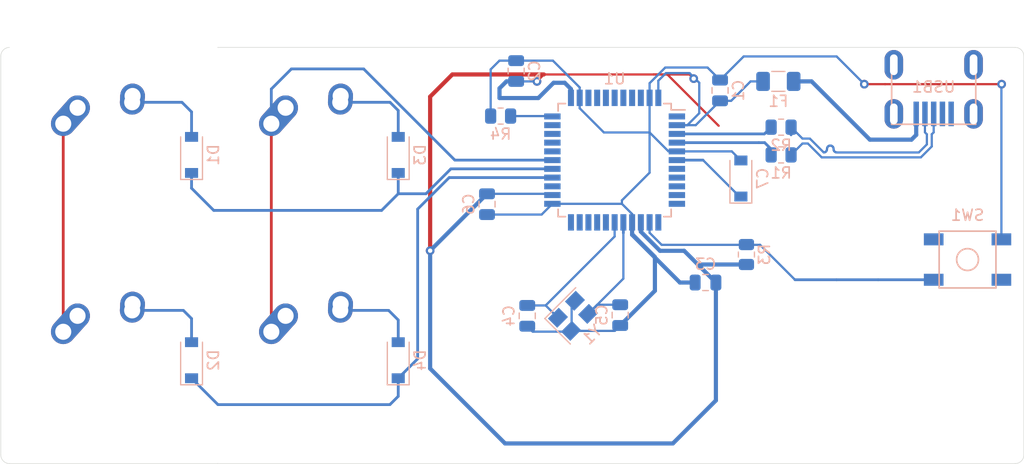
<source format=kicad_pcb>
(kicad_pcb (version 20171130) (host pcbnew "(5.1.9)-1")

  (general
    (thickness 1.6)
    (drawings 11)
    (tracks 221)
    (zones 0)
    (modules 24)
    (nets 45)
  )

  (page A4)
  (layers
    (0 F.Cu signal)
    (31 B.Cu signal)
    (32 B.Adhes user)
    (33 F.Adhes user)
    (34 B.Paste user)
    (35 F.Paste user)
    (36 B.SilkS user)
    (37 F.SilkS user)
    (38 B.Mask user)
    (39 F.Mask user)
    (40 Dwgs.User user)
    (41 Cmts.User user)
    (42 Eco1.User user)
    (43 Eco2.User user)
    (44 Edge.Cuts user)
    (45 Margin user)
    (46 B.CrtYd user)
    (47 F.CrtYd user)
    (48 B.Fab user)
    (49 F.Fab user)
  )

  (setup
    (last_trace_width 0.254)
    (user_trace_width 0.2032)
    (trace_clearance 0.2)
    (zone_clearance 0.508)
    (zone_45_only no)
    (trace_min 0.2)
    (via_size 0.8)
    (via_drill 0.4)
    (via_min_size 0.4)
    (via_min_drill 0.3)
    (uvia_size 0.3)
    (uvia_drill 0.1)
    (uvias_allowed no)
    (uvia_min_size 0.2)
    (uvia_min_drill 0.1)
    (edge_width 0.05)
    (segment_width 0.2)
    (pcb_text_width 0.3)
    (pcb_text_size 1.5 1.5)
    (mod_edge_width 0.12)
    (mod_text_size 1 1)
    (mod_text_width 0.15)
    (pad_size 1.524 1.524)
    (pad_drill 0.762)
    (pad_to_mask_clearance 0)
    (aux_axis_origin 0 0)
    (visible_elements 7FFFFFFF)
    (pcbplotparams
      (layerselection 0x010fc_ffffffff)
      (usegerberextensions false)
      (usegerberattributes true)
      (usegerberadvancedattributes true)
      (creategerberjobfile true)
      (excludeedgelayer true)
      (linewidth 0.100000)
      (plotframeref false)
      (viasonmask false)
      (mode 1)
      (useauxorigin false)
      (hpglpennumber 1)
      (hpglpenspeed 20)
      (hpglpendiameter 15.000000)
      (psnegative false)
      (psa4output false)
      (plotreference true)
      (plotvalue true)
      (plotinvisibletext false)
      (padsonsilk false)
      (subtractmaskfromsilk false)
      (outputformat 1)
      (mirror false)
      (drillshape 1)
      (scaleselection 1)
      (outputdirectory ""))
  )

  (net 0 "")
  (net 1 GND)
  (net 2 +5V)
  (net 3 "Net-(C4-Pad1)")
  (net 4 "Net-(C5-Pad1)")
  (net 5 "Net-(C7-Pad1)")
  (net 6 "Net-(D1-Pad2)")
  (net 7 ROW0)
  (net 8 "Net-(D2-Pad2)")
  (net 9 ROW1)
  (net 10 "Net-(D3-Pad2)")
  (net 11 "Net-(D4-Pad2)")
  (net 12 VCC)
  (net 13 COL0)
  (net 14 COL1)
  (net 15 D+)
  (net 16 "Net-(R1-Pad1)")
  (net 17 D-)
  (net 18 "Net-(R2-Pad1)")
  (net 19 "Net-(R3-Pad2)")
  (net 20 "Net-(R4-Pad2)")
  (net 21 "Net-(U1-Pad42)")
  (net 22 "Net-(U1-Pad41)")
  (net 23 "Net-(U1-Pad40)")
  (net 24 "Net-(U1-Pad39)")
  (net 25 "Net-(U1-Pad38)")
  (net 26 "Net-(U1-Pad37)")
  (net 27 "Net-(U1-Pad36)")
  (net 28 "Net-(U1-Pad32)")
  (net 29 "Net-(U1-Pad31)")
  (net 30 "Net-(U1-Pad25)")
  (net 31 "Net-(U1-Pad22)")
  (net 32 "Net-(U1-Pad21)")
  (net 33 "Net-(U1-Pad20)")
  (net 34 "Net-(U1-Pad19)")
  (net 35 "Net-(U1-Pad18)")
  (net 36 "Net-(U1-Pad12)")
  (net 37 "Net-(U1-Pad11)")
  (net 38 "Net-(U1-Pad10)")
  (net 39 "Net-(U1-Pad9)")
  (net 40 "Net-(U1-Pad8)")
  (net 41 "Net-(U1-Pad1)")
  (net 42 "Net-(USB1-Pad6)")
  (net 43 "Net-(USB1-Pad2)")
  (net 44 "Net-(U1-Pad30)")

  (net_class Default "This is the default net class."
    (clearance 0.2)
    (trace_width 0.254)
    (via_dia 0.8)
    (via_drill 0.4)
    (uvia_dia 0.3)
    (uvia_drill 0.1)
    (add_net COL0)
    (add_net COL1)
    (add_net D+)
    (add_net D-)
    (add_net "Net-(C4-Pad1)")
    (add_net "Net-(C5-Pad1)")
    (add_net "Net-(C7-Pad1)")
    (add_net "Net-(D1-Pad2)")
    (add_net "Net-(D2-Pad2)")
    (add_net "Net-(D3-Pad2)")
    (add_net "Net-(D4-Pad2)")
    (add_net "Net-(R1-Pad1)")
    (add_net "Net-(R2-Pad1)")
    (add_net "Net-(R3-Pad2)")
    (add_net "Net-(R4-Pad2)")
    (add_net "Net-(U1-Pad1)")
    (add_net "Net-(U1-Pad10)")
    (add_net "Net-(U1-Pad11)")
    (add_net "Net-(U1-Pad12)")
    (add_net "Net-(U1-Pad18)")
    (add_net "Net-(U1-Pad19)")
    (add_net "Net-(U1-Pad20)")
    (add_net "Net-(U1-Pad21)")
    (add_net "Net-(U1-Pad22)")
    (add_net "Net-(U1-Pad25)")
    (add_net "Net-(U1-Pad30)")
    (add_net "Net-(U1-Pad31)")
    (add_net "Net-(U1-Pad32)")
    (add_net "Net-(U1-Pad36)")
    (add_net "Net-(U1-Pad37)")
    (add_net "Net-(U1-Pad38)")
    (add_net "Net-(U1-Pad39)")
    (add_net "Net-(U1-Pad40)")
    (add_net "Net-(U1-Pad41)")
    (add_net "Net-(U1-Pad42)")
    (add_net "Net-(U1-Pad8)")
    (add_net "Net-(U1-Pad9)")
    (add_net "Net-(USB1-Pad2)")
    (add_net "Net-(USB1-Pad6)")
    (add_net ROW0)
    (add_net ROW1)
  )

  (net_class power ""
    (clearance 0.2)
    (trace_width 0.381)
    (via_dia 0.8)
    (via_drill 0.4)
    (uvia_dia 0.3)
    (uvia_drill 0.1)
    (add_net +5V)
    (add_net GND)
    (add_net VCC)
  )

  (module Crystal:Crystal_SMD_3225-4Pin_3.2x2.5mm (layer B.Cu) (tedit 5A0FD1B2) (tstamp 609AC68E)
    (at 165.1 121.412 45)
    (descr "SMD Crystal SERIES SMD3225/4 http://www.txccrystal.com/images/pdf/7m-accuracy.pdf, 3.2x2.5mm^2 package")
    (tags "SMD SMT crystal")
    (path /609B4FA0)
    (attr smd)
    (fp_text reference Y1 (at 0 2.45 45) (layer B.SilkS)
      (effects (font (size 1 1) (thickness 0.15)) (justify mirror))
    )
    (fp_text value Crystal_GND24_Small (at 0 -2.45 45) (layer B.Fab)
      (effects (font (size 1 1) (thickness 0.15)) (justify mirror))
    )
    (fp_text user %R (at 1.6 1.25 45) (layer B.Fab)
      (effects (font (size 0.7 0.7) (thickness 0.105)) (justify mirror))
    )
    (fp_line (start -1.6 1.25) (end -1.6 -1.25) (layer B.Fab) (width 0.1))
    (fp_line (start -1.6 -1.25) (end 1.6 -1.25) (layer B.Fab) (width 0.1))
    (fp_line (start 1.6 -1.25) (end 1.6 1.25) (layer B.Fab) (width 0.1))
    (fp_line (start 1.6 1.25) (end -1.6 1.25) (layer B.Fab) (width 0.1))
    (fp_line (start -1.6 -0.25) (end -0.6 -1.25) (layer B.Fab) (width 0.1))
    (fp_line (start -2 1.65) (end -2 -1.65) (layer B.SilkS) (width 0.12))
    (fp_line (start -2 -1.65) (end 2 -1.65) (layer B.SilkS) (width 0.12))
    (fp_line (start -2.1 1.7) (end -2.1 -1.7) (layer B.CrtYd) (width 0.05))
    (fp_line (start -2.1 -1.7) (end 2.1 -1.7) (layer B.CrtYd) (width 0.05))
    (fp_line (start 2.1 -1.7) (end 2.1 1.7) (layer B.CrtYd) (width 0.05))
    (fp_line (start 2.1 1.7) (end -2.1 1.7) (layer B.CrtYd) (width 0.05))
    (pad 4 smd rect (at -1.1 0.85 45) (size 1.4 1.2) (layers B.Cu B.Paste B.Mask)
      (net 1 GND))
    (pad 3 smd rect (at 1.1 0.85 45) (size 1.4 1.2) (layers B.Cu B.Paste B.Mask)
      (net 4 "Net-(C5-Pad1)"))
    (pad 2 smd rect (at 1.1 -0.85 45) (size 1.4 1.2) (layers B.Cu B.Paste B.Mask)
      (net 1 GND))
    (pad 1 smd rect (at -1.1 -0.85 45) (size 1.4 1.2) (layers B.Cu B.Paste B.Mask)
      (net 3 "Net-(C4-Pad1)"))
    (model ${KISYS3DMOD}/Crystal.3dshapes/Crystal_SMD_3225-4Pin_3.2x2.5mm.wrl
      (at (xyz 0 0 0))
      (scale (xyz 1 1 1))
      (rotate (xyz 0 0 0))
    )
  )

  (module random_keyboard_parts:Molex-0548190589 (layer B.Cu) (tedit 5C494815) (tstamp 609AC64B)
    (at 198.12 98.425 270)
    (path /609D942A)
    (attr smd)
    (fp_text reference USB1 (at 2.032 0) (layer B.SilkS)
      (effects (font (size 1 1) (thickness 0.15)) (justify mirror))
    )
    (fp_text value Molex-0548190519 (at -5.08 0) (layer Dwgs.User)
      (effects (font (size 1 1) (thickness 0.15)))
    )
    (fp_text user %R (at 2 0) (layer B.CrtYd)
      (effects (font (size 1 1) (thickness 0.15)) (justify mirror))
    )
    (fp_line (start -3.75 3.85) (end -3.75 -3.85) (layer Dwgs.User) (width 0.15))
    (fp_line (start -1.75 4.572) (end -1.75 -4.572) (layer Dwgs.User) (width 0.15))
    (fp_line (start -3.75 -3.85) (end 0 -3.85) (layer Dwgs.User) (width 0.15))
    (fp_line (start -3.75 3.85) (end 0 3.85) (layer Dwgs.User) (width 0.15))
    (fp_line (start 5.45 3.85) (end 5.45 -3.85) (layer B.SilkS) (width 0.15))
    (fp_line (start 0 -3.85) (end 5.45 -3.85) (layer B.SilkS) (width 0.15))
    (fp_line (start 0 3.85) (end 5.45 3.85) (layer B.SilkS) (width 0.15))
    (fp_line (start -3.75 3.75) (end 5.5 3.75) (layer B.CrtYd) (width 0.15))
    (fp_line (start 5.5 3.75) (end 5.5 -3.75) (layer B.CrtYd) (width 0.15))
    (fp_line (start 5.5 -3.75) (end -3.75 -3.75) (layer B.CrtYd) (width 0.15))
    (fp_line (start -3.75 -3.75) (end -3.75 3.75) (layer B.CrtYd) (width 0.15))
    (fp_line (start 5.5 2) (end 3.25 2) (layer B.CrtYd) (width 0.15))
    (fp_line (start 3.25 2) (end 3.25 -2) (layer B.CrtYd) (width 0.15))
    (fp_line (start 3.25 -2) (end 5.5 -2) (layer B.CrtYd) (width 0.15))
    (fp_line (start 5.5 -1.25) (end 3.25 -1.25) (layer B.CrtYd) (width 0.15))
    (fp_line (start 3.25 -0.5) (end 5.5 -0.5) (layer B.CrtYd) (width 0.15))
    (fp_line (start 5.5 0.5) (end 3.25 0.5) (layer B.CrtYd) (width 0.15))
    (fp_line (start 3.25 1.25) (end 5.5 1.25) (layer B.CrtYd) (width 0.15))
    (pad 6 thru_hole oval (at 0 3.65 270) (size 2.7 1.7) (drill oval 1.9 0.7) (layers *.Cu *.Mask)
      (net 42 "Net-(USB1-Pad6)"))
    (pad 6 thru_hole oval (at 0 -3.65 270) (size 2.7 1.7) (drill oval 1.9 0.7) (layers *.Cu *.Mask)
      (net 42 "Net-(USB1-Pad6)"))
    (pad 6 thru_hole oval (at 4.5 -3.65 270) (size 2.7 1.7) (drill oval 1.9 0.7) (layers *.Cu *.Mask)
      (net 42 "Net-(USB1-Pad6)"))
    (pad 6 thru_hole oval (at 4.5 3.65 270) (size 2.7 1.7) (drill oval 1.9 0.7) (layers *.Cu *.Mask)
      (net 42 "Net-(USB1-Pad6)"))
    (pad 5 smd rect (at 4.5 1.6 270) (size 2.25 0.5) (layers B.Cu B.Paste B.Mask)
      (net 12 VCC))
    (pad 4 smd rect (at 4.5 0.8 270) (size 2.25 0.5) (layers B.Cu B.Paste B.Mask)
      (net 17 D-))
    (pad 3 smd rect (at 4.5 0 270) (size 2.25 0.5) (layers B.Cu B.Paste B.Mask)
      (net 15 D+))
    (pad 2 smd rect (at 4.5 -0.8 270) (size 2.25 0.5) (layers B.Cu B.Paste B.Mask)
      (net 43 "Net-(USB1-Pad2)"))
    (pad 1 smd rect (at 4.5 -1.6 270) (size 2.25 0.5) (layers B.Cu B.Paste B.Mask)
      (net 1 GND))
  )

  (module Package_QFP:TQFP-44_10x10mm_P0.8mm (layer B.Cu) (tedit 5A02F146) (tstamp 609AC62B)
    (at 168.91 107.15625 180)
    (descr "44-Lead Plastic Thin Quad Flatpack (PT) - 10x10x1.0 mm Body [TQFP] (see Microchip Packaging Specification 00000049BS.pdf)")
    (tags "QFP 0.8")
    (path /609A0B93)
    (attr smd)
    (fp_text reference U1 (at 0 7.45) (layer B.SilkS)
      (effects (font (size 1 1) (thickness 0.15)) (justify mirror))
    )
    (fp_text value ATmega32U4-AU (at 0 -7.45) (layer B.Fab)
      (effects (font (size 1 1) (thickness 0.15)) (justify mirror))
    )
    (fp_text user %R (at 0 0) (layer B.Fab)
      (effects (font (size 1 1) (thickness 0.15)) (justify mirror))
    )
    (fp_line (start -4 5) (end 5 5) (layer B.Fab) (width 0.15))
    (fp_line (start 5 5) (end 5 -5) (layer B.Fab) (width 0.15))
    (fp_line (start 5 -5) (end -5 -5) (layer B.Fab) (width 0.15))
    (fp_line (start -5 -5) (end -5 4) (layer B.Fab) (width 0.15))
    (fp_line (start -5 4) (end -4 5) (layer B.Fab) (width 0.15))
    (fp_line (start -6.7 6.7) (end -6.7 -6.7) (layer B.CrtYd) (width 0.05))
    (fp_line (start 6.7 6.7) (end 6.7 -6.7) (layer B.CrtYd) (width 0.05))
    (fp_line (start -6.7 6.7) (end 6.7 6.7) (layer B.CrtYd) (width 0.05))
    (fp_line (start -6.7 -6.7) (end 6.7 -6.7) (layer B.CrtYd) (width 0.05))
    (fp_line (start -5.175 5.175) (end -5.175 4.6) (layer B.SilkS) (width 0.15))
    (fp_line (start 5.175 5.175) (end 5.175 4.5) (layer B.SilkS) (width 0.15))
    (fp_line (start 5.175 -5.175) (end 5.175 -4.5) (layer B.SilkS) (width 0.15))
    (fp_line (start -5.175 -5.175) (end -5.175 -4.5) (layer B.SilkS) (width 0.15))
    (fp_line (start -5.175 5.175) (end -4.5 5.175) (layer B.SilkS) (width 0.15))
    (fp_line (start -5.175 -5.175) (end -4.5 -5.175) (layer B.SilkS) (width 0.15))
    (fp_line (start 5.175 -5.175) (end 4.5 -5.175) (layer B.SilkS) (width 0.15))
    (fp_line (start 5.175 5.175) (end 4.5 5.175) (layer B.SilkS) (width 0.15))
    (fp_line (start -5.175 4.6) (end -6.45 4.6) (layer B.SilkS) (width 0.15))
    (pad 44 smd rect (at -4 5.7 90) (size 1.5 0.55) (layers B.Cu B.Paste B.Mask)
      (net 2 +5V))
    (pad 43 smd rect (at -3.2 5.7 90) (size 1.5 0.55) (layers B.Cu B.Paste B.Mask)
      (net 1 GND))
    (pad 42 smd rect (at -2.4 5.7 90) (size 1.5 0.55) (layers B.Cu B.Paste B.Mask)
      (net 21 "Net-(U1-Pad42)"))
    (pad 41 smd rect (at -1.6 5.7 90) (size 1.5 0.55) (layers B.Cu B.Paste B.Mask)
      (net 22 "Net-(U1-Pad41)"))
    (pad 40 smd rect (at -0.8 5.7 90) (size 1.5 0.55) (layers B.Cu B.Paste B.Mask)
      (net 23 "Net-(U1-Pad40)"))
    (pad 39 smd rect (at 0 5.7 90) (size 1.5 0.55) (layers B.Cu B.Paste B.Mask)
      (net 24 "Net-(U1-Pad39)"))
    (pad 38 smd rect (at 0.8 5.7 90) (size 1.5 0.55) (layers B.Cu B.Paste B.Mask)
      (net 25 "Net-(U1-Pad38)"))
    (pad 37 smd rect (at 1.6 5.7 90) (size 1.5 0.55) (layers B.Cu B.Paste B.Mask)
      (net 26 "Net-(U1-Pad37)"))
    (pad 36 smd rect (at 2.4 5.7 90) (size 1.5 0.55) (layers B.Cu B.Paste B.Mask)
      (net 27 "Net-(U1-Pad36)"))
    (pad 35 smd rect (at 3.2 5.7 90) (size 1.5 0.55) (layers B.Cu B.Paste B.Mask)
      (net 1 GND))
    (pad 34 smd rect (at 4 5.7 90) (size 1.5 0.55) (layers B.Cu B.Paste B.Mask)
      (net 2 +5V))
    (pad 33 smd rect (at 5.7 4 180) (size 1.5 0.55) (layers B.Cu B.Paste B.Mask)
      (net 20 "Net-(R4-Pad2)"))
    (pad 32 smd rect (at 5.7 3.2 180) (size 1.5 0.55) (layers B.Cu B.Paste B.Mask)
      (net 28 "Net-(U1-Pad32)"))
    (pad 31 smd rect (at 5.7 2.4 180) (size 1.5 0.55) (layers B.Cu B.Paste B.Mask)
      (net 29 "Net-(U1-Pad31)"))
    (pad 30 smd rect (at 5.7 1.6 180) (size 1.5 0.55) (layers B.Cu B.Paste B.Mask)
      (net 44 "Net-(U1-Pad30)"))
    (pad 29 smd rect (at 5.7 0.8 180) (size 1.5 0.55) (layers B.Cu B.Paste B.Mask)
      (net 13 COL0))
    (pad 28 smd rect (at 5.7 0 180) (size 1.5 0.55) (layers B.Cu B.Paste B.Mask)
      (net 14 COL1))
    (pad 27 smd rect (at 5.7 -0.8 180) (size 1.5 0.55) (layers B.Cu B.Paste B.Mask)
      (net 7 ROW0))
    (pad 26 smd rect (at 5.7 -1.6 180) (size 1.5 0.55) (layers B.Cu B.Paste B.Mask)
      (net 9 ROW1))
    (pad 25 smd rect (at 5.7 -2.4 180) (size 1.5 0.55) (layers B.Cu B.Paste B.Mask)
      (net 30 "Net-(U1-Pad25)"))
    (pad 24 smd rect (at 5.7 -3.2 180) (size 1.5 0.55) (layers B.Cu B.Paste B.Mask)
      (net 2 +5V))
    (pad 23 smd rect (at 5.7 -4 180) (size 1.5 0.55) (layers B.Cu B.Paste B.Mask)
      (net 1 GND))
    (pad 22 smd rect (at 4 -5.7 90) (size 1.5 0.55) (layers B.Cu B.Paste B.Mask)
      (net 31 "Net-(U1-Pad22)"))
    (pad 21 smd rect (at 3.2 -5.7 90) (size 1.5 0.55) (layers B.Cu B.Paste B.Mask)
      (net 32 "Net-(U1-Pad21)"))
    (pad 20 smd rect (at 2.4 -5.7 90) (size 1.5 0.55) (layers B.Cu B.Paste B.Mask)
      (net 33 "Net-(U1-Pad20)"))
    (pad 19 smd rect (at 1.6 -5.7 90) (size 1.5 0.55) (layers B.Cu B.Paste B.Mask)
      (net 34 "Net-(U1-Pad19)"))
    (pad 18 smd rect (at 0.8 -5.7 90) (size 1.5 0.55) (layers B.Cu B.Paste B.Mask)
      (net 35 "Net-(U1-Pad18)"))
    (pad 17 smd rect (at 0 -5.7 90) (size 1.5 0.55) (layers B.Cu B.Paste B.Mask)
      (net 3 "Net-(C4-Pad1)"))
    (pad 16 smd rect (at -0.8 -5.7 90) (size 1.5 0.55) (layers B.Cu B.Paste B.Mask)
      (net 4 "Net-(C5-Pad1)"))
    (pad 15 smd rect (at -1.6 -5.7 90) (size 1.5 0.55) (layers B.Cu B.Paste B.Mask)
      (net 1 GND))
    (pad 14 smd rect (at -2.4 -5.7 90) (size 1.5 0.55) (layers B.Cu B.Paste B.Mask)
      (net 2 +5V))
    (pad 13 smd rect (at -3.2 -5.7 90) (size 1.5 0.55) (layers B.Cu B.Paste B.Mask)
      (net 19 "Net-(R3-Pad2)"))
    (pad 12 smd rect (at -4 -5.7 90) (size 1.5 0.55) (layers B.Cu B.Paste B.Mask)
      (net 36 "Net-(U1-Pad12)"))
    (pad 11 smd rect (at -5.7 -4 180) (size 1.5 0.55) (layers B.Cu B.Paste B.Mask)
      (net 37 "Net-(U1-Pad11)"))
    (pad 10 smd rect (at -5.7 -3.2 180) (size 1.5 0.55) (layers B.Cu B.Paste B.Mask)
      (net 38 "Net-(U1-Pad10)"))
    (pad 9 smd rect (at -5.7 -2.4 180) (size 1.5 0.55) (layers B.Cu B.Paste B.Mask)
      (net 39 "Net-(U1-Pad9)"))
    (pad 8 smd rect (at -5.7 -1.6 180) (size 1.5 0.55) (layers B.Cu B.Paste B.Mask)
      (net 40 "Net-(U1-Pad8)"))
    (pad 7 smd rect (at -5.7 -0.8 180) (size 1.5 0.55) (layers B.Cu B.Paste B.Mask)
      (net 2 +5V))
    (pad 6 smd rect (at -5.7 0 180) (size 1.5 0.55) (layers B.Cu B.Paste B.Mask)
      (net 5 "Net-(C7-Pad1)"))
    (pad 5 smd rect (at -5.7 0.8 180) (size 1.5 0.55) (layers B.Cu B.Paste B.Mask)
      (net 1 GND))
    (pad 4 smd rect (at -5.7 1.6 180) (size 1.5 0.55) (layers B.Cu B.Paste B.Mask)
      (net 16 "Net-(R1-Pad1)"))
    (pad 3 smd rect (at -5.7 2.4 180) (size 1.5 0.55) (layers B.Cu B.Paste B.Mask)
      (net 18 "Net-(R2-Pad1)"))
    (pad 2 smd rect (at -5.7 3.2 180) (size 1.5 0.55) (layers B.Cu B.Paste B.Mask)
      (net 2 +5V))
    (pad 1 smd rect (at -5.7 4 180) (size 1.5 0.55) (layers B.Cu B.Paste B.Mask)
      (net 41 "Net-(U1-Pad1)"))
    (model ${KISYS3DMOD}/Package_QFP.3dshapes/TQFP-44_10x10mm_P0.8mm.wrl
      (at (xyz 0 0 0))
      (scale (xyz 1 1 1))
      (rotate (xyz 0 0 0))
    )
  )

  (module random_keyboard_parts:SKQG-1155865 (layer B.Cu) (tedit 5E62B398) (tstamp 609AC5E8)
    (at 201.22 116.26)
    (path /609C5DAF)
    (attr smd)
    (fp_text reference SW1 (at 0 -4.064 180) (layer B.SilkS)
      (effects (font (size 1 1) (thickness 0.15)) (justify mirror))
    )
    (fp_text value SW_Push (at 0 4.064 180) (layer B.Fab)
      (effects (font (size 1 1) (thickness 0.15)) (justify mirror))
    )
    (fp_line (start -2.6 -1.1) (end -1.1 -2.6) (layer B.Fab) (width 0.15))
    (fp_line (start 2.6 -1.1) (end 1.1 -2.6) (layer B.Fab) (width 0.15))
    (fp_line (start 2.6 1.1) (end 1.1 2.6) (layer B.Fab) (width 0.15))
    (fp_line (start -2.6 1.1) (end -1.1 2.6) (layer B.Fab) (width 0.15))
    (fp_circle (center 0 0) (end 1 0) (layer B.Fab) (width 0.15))
    (fp_line (start -4.2 1.1) (end -4.2 2.6) (layer B.Fab) (width 0.15))
    (fp_line (start -2.6 1.1) (end -4.2 1.1) (layer B.Fab) (width 0.15))
    (fp_line (start -2.6 -1.1) (end -2.6 1.1) (layer B.Fab) (width 0.15))
    (fp_line (start -4.2 -1.1) (end -2.6 -1.1) (layer B.Fab) (width 0.15))
    (fp_line (start -4.2 -2.6) (end -4.2 -1.1) (layer B.Fab) (width 0.15))
    (fp_line (start 4.2 -2.6) (end -4.2 -2.6) (layer B.Fab) (width 0.15))
    (fp_line (start 4.2 -1.1) (end 4.2 -2.6) (layer B.Fab) (width 0.15))
    (fp_line (start 2.6 -1.1) (end 4.2 -1.1) (layer B.Fab) (width 0.15))
    (fp_line (start 2.6 1.1) (end 2.6 -1.1) (layer B.Fab) (width 0.15))
    (fp_line (start 4.2 1.1) (end 2.6 1.1) (layer B.Fab) (width 0.15))
    (fp_line (start 4.2 2.6) (end 4.2 1.2) (layer B.Fab) (width 0.15))
    (fp_line (start -4.2 2.6) (end 4.2 2.6) (layer B.Fab) (width 0.15))
    (fp_circle (center 0 0) (end 1 0) (layer B.SilkS) (width 0.15))
    (fp_line (start -2.6 -2.6) (end -2.6 2.6) (layer B.SilkS) (width 0.15))
    (fp_line (start 2.6 -2.6) (end -2.6 -2.6) (layer B.SilkS) (width 0.15))
    (fp_line (start 2.6 2.6) (end 2.6 -2.6) (layer B.SilkS) (width 0.15))
    (fp_line (start -2.6 2.6) (end 2.6 2.6) (layer B.SilkS) (width 0.15))
    (pad 4 smd rect (at -3.1 -1.85) (size 1.8 1.1) (layers B.Cu B.Paste B.Mask))
    (pad 3 smd rect (at 3.1 1.85) (size 1.8 1.1) (layers B.Cu B.Paste B.Mask))
    (pad 2 smd rect (at -3.1 1.85) (size 1.8 1.1) (layers B.Cu B.Paste B.Mask)
      (net 19 "Net-(R3-Pad2)"))
    (pad 1 smd rect (at 3.1 -1.85) (size 1.8 1.1) (layers B.Cu B.Paste B.Mask)
      (net 1 GND))
    (model ${KISYS3DMOD}/Button_Switch_SMD.3dshapes/SW_SPST_TL3342.step
      (at (xyz 0 0 0))
      (scale (xyz 1 1 1))
      (rotate (xyz 0 0 0))
    )
  )

  (module Resistor_SMD:R_0805_2012Metric (layer B.Cu) (tedit 5F68FEEE) (tstamp 609AE791)
    (at 158.4725 103.124)
    (descr "Resistor SMD 0805 (2012 Metric), square (rectangular) end terminal, IPC_7351 nominal, (Body size source: IPC-SM-782 page 72, https://www.pcb-3d.com/wordpress/wp-content/uploads/ipc-sm-782a_amendment_1_and_2.pdf), generated with kicad-footprint-generator")
    (tags resistor)
    (path /609AD2BE)
    (attr smd)
    (fp_text reference R4 (at 0 1.65) (layer B.SilkS)
      (effects (font (size 1 1) (thickness 0.15)) (justify mirror))
    )
    (fp_text value 10k (at 0 -1.65) (layer B.Fab)
      (effects (font (size 1 1) (thickness 0.15)) (justify mirror))
    )
    (fp_text user %R (at 0 0) (layer B.Fab)
      (effects (font (size 0.5 0.5) (thickness 0.08)) (justify mirror))
    )
    (fp_line (start -1 -0.625) (end -1 0.625) (layer B.Fab) (width 0.1))
    (fp_line (start -1 0.625) (end 1 0.625) (layer B.Fab) (width 0.1))
    (fp_line (start 1 0.625) (end 1 -0.625) (layer B.Fab) (width 0.1))
    (fp_line (start 1 -0.625) (end -1 -0.625) (layer B.Fab) (width 0.1))
    (fp_line (start -0.227064 0.735) (end 0.227064 0.735) (layer B.SilkS) (width 0.12))
    (fp_line (start -0.227064 -0.735) (end 0.227064 -0.735) (layer B.SilkS) (width 0.12))
    (fp_line (start -1.68 -0.95) (end -1.68 0.95) (layer B.CrtYd) (width 0.05))
    (fp_line (start -1.68 0.95) (end 1.68 0.95) (layer B.CrtYd) (width 0.05))
    (fp_line (start 1.68 0.95) (end 1.68 -0.95) (layer B.CrtYd) (width 0.05))
    (fp_line (start 1.68 -0.95) (end -1.68 -0.95) (layer B.CrtYd) (width 0.05))
    (pad 2 smd roundrect (at 0.9125 0) (size 1.025 1.4) (layers B.Cu B.Paste B.Mask) (roundrect_rratio 0.243902)
      (net 20 "Net-(R4-Pad2)"))
    (pad 1 smd roundrect (at -0.9125 0) (size 1.025 1.4) (layers B.Cu B.Paste B.Mask) (roundrect_rratio 0.243902)
      (net 1 GND))
    (model ${KISYS3DMOD}/Resistor_SMD.3dshapes/R_0805_2012Metric.wrl
      (at (xyz 0 0 0))
      (scale (xyz 1 1 1))
      (rotate (xyz 0 0 0))
    )
  )

  (module Resistor_SMD:R_0805_2012Metric (layer B.Cu) (tedit 5F68FEEE) (tstamp 609AC5B9)
    (at 180.975 115.8005 90)
    (descr "Resistor SMD 0805 (2012 Metric), square (rectangular) end terminal, IPC_7351 nominal, (Body size source: IPC-SM-782 page 72, https://www.pcb-3d.com/wordpress/wp-content/uploads/ipc-sm-782a_amendment_1_and_2.pdf), generated with kicad-footprint-generator")
    (tags resistor)
    (path /609CB514)
    (attr smd)
    (fp_text reference R3 (at 0 1.65 90) (layer B.SilkS)
      (effects (font (size 1 1) (thickness 0.15)) (justify mirror))
    )
    (fp_text value 10k (at 0 -1.65 90) (layer B.Fab)
      (effects (font (size 1 1) (thickness 0.15)) (justify mirror))
    )
    (fp_text user %R (at 0 0 270) (layer B.Fab)
      (effects (font (size 0.5 0.5) (thickness 0.08)) (justify mirror))
    )
    (fp_line (start -1 -0.625) (end -1 0.625) (layer B.Fab) (width 0.1))
    (fp_line (start -1 0.625) (end 1 0.625) (layer B.Fab) (width 0.1))
    (fp_line (start 1 0.625) (end 1 -0.625) (layer B.Fab) (width 0.1))
    (fp_line (start 1 -0.625) (end -1 -0.625) (layer B.Fab) (width 0.1))
    (fp_line (start -0.227064 0.735) (end 0.227064 0.735) (layer B.SilkS) (width 0.12))
    (fp_line (start -0.227064 -0.735) (end 0.227064 -0.735) (layer B.SilkS) (width 0.12))
    (fp_line (start -1.68 -0.95) (end -1.68 0.95) (layer B.CrtYd) (width 0.05))
    (fp_line (start -1.68 0.95) (end 1.68 0.95) (layer B.CrtYd) (width 0.05))
    (fp_line (start 1.68 0.95) (end 1.68 -0.95) (layer B.CrtYd) (width 0.05))
    (fp_line (start 1.68 -0.95) (end -1.68 -0.95) (layer B.CrtYd) (width 0.05))
    (pad 2 smd roundrect (at 0.9125 0 90) (size 1.025 1.4) (layers B.Cu B.Paste B.Mask) (roundrect_rratio 0.243902)
      (net 19 "Net-(R3-Pad2)"))
    (pad 1 smd roundrect (at -0.9125 0 90) (size 1.025 1.4) (layers B.Cu B.Paste B.Mask) (roundrect_rratio 0.243902)
      (net 2 +5V))
    (model ${KISYS3DMOD}/Resistor_SMD.3dshapes/R_0805_2012Metric.wrl
      (at (xyz 0 0 0))
      (scale (xyz 1 1 1))
      (rotate (xyz 0 0 0))
    )
  )

  (module Resistor_SMD:R_0805_2012Metric (layer B.Cu) (tedit 5F68FEEE) (tstamp 609B7B2B)
    (at 184.15 104.14)
    (descr "Resistor SMD 0805 (2012 Metric), square (rectangular) end terminal, IPC_7351 nominal, (Body size source: IPC-SM-782 page 72, https://www.pcb-3d.com/wordpress/wp-content/uploads/ipc-sm-782a_amendment_1_and_2.pdf), generated with kicad-footprint-generator")
    (tags resistor)
    (path /609D369C)
    (attr smd)
    (fp_text reference R2 (at 0 1.65) (layer B.SilkS)
      (effects (font (size 1 1) (thickness 0.15)) (justify mirror))
    )
    (fp_text value 22k (at 0 -1.65) (layer B.Fab)
      (effects (font (size 1 1) (thickness 0.15)) (justify mirror))
    )
    (fp_text user %R (at 0 0) (layer B.Fab)
      (effects (font (size 0.5 0.5) (thickness 0.08)) (justify mirror))
    )
    (fp_line (start -1 -0.625) (end -1 0.625) (layer B.Fab) (width 0.1))
    (fp_line (start -1 0.625) (end 1 0.625) (layer B.Fab) (width 0.1))
    (fp_line (start 1 0.625) (end 1 -0.625) (layer B.Fab) (width 0.1))
    (fp_line (start 1 -0.625) (end -1 -0.625) (layer B.Fab) (width 0.1))
    (fp_line (start -0.227064 0.735) (end 0.227064 0.735) (layer B.SilkS) (width 0.12))
    (fp_line (start -0.227064 -0.735) (end 0.227064 -0.735) (layer B.SilkS) (width 0.12))
    (fp_line (start -1.68 -0.95) (end -1.68 0.95) (layer B.CrtYd) (width 0.05))
    (fp_line (start -1.68 0.95) (end 1.68 0.95) (layer B.CrtYd) (width 0.05))
    (fp_line (start 1.68 0.95) (end 1.68 -0.95) (layer B.CrtYd) (width 0.05))
    (fp_line (start 1.68 -0.95) (end -1.68 -0.95) (layer B.CrtYd) (width 0.05))
    (pad 2 smd roundrect (at 0.9125 0) (size 1.025 1.4) (layers B.Cu B.Paste B.Mask) (roundrect_rratio 0.243902)
      (net 17 D-))
    (pad 1 smd roundrect (at -0.9125 0) (size 1.025 1.4) (layers B.Cu B.Paste B.Mask) (roundrect_rratio 0.243902)
      (net 18 "Net-(R2-Pad1)"))
    (model ${KISYS3DMOD}/Resistor_SMD.3dshapes/R_0805_2012Metric.wrl
      (at (xyz 0 0 0))
      (scale (xyz 1 1 1))
      (rotate (xyz 0 0 0))
    )
  )

  (module Resistor_SMD:R_0805_2012Metric (layer B.Cu) (tedit 5F68FEEE) (tstamp 609AC597)
    (at 184.15 106.68)
    (descr "Resistor SMD 0805 (2012 Metric), square (rectangular) end terminal, IPC_7351 nominal, (Body size source: IPC-SM-782 page 72, https://www.pcb-3d.com/wordpress/wp-content/uploads/ipc-sm-782a_amendment_1_and_2.pdf), generated with kicad-footprint-generator")
    (tags resistor)
    (path /609D1BD5)
    (attr smd)
    (fp_text reference R1 (at 0 1.65) (layer B.SilkS)
      (effects (font (size 1 1) (thickness 0.15)) (justify mirror))
    )
    (fp_text value 22k (at 0 -1.65) (layer B.Fab)
      (effects (font (size 1 1) (thickness 0.15)) (justify mirror))
    )
    (fp_text user %R (at 0 0) (layer B.Fab)
      (effects (font (size 0.5 0.5) (thickness 0.08)) (justify mirror))
    )
    (fp_line (start -1 -0.625) (end -1 0.625) (layer B.Fab) (width 0.1))
    (fp_line (start -1 0.625) (end 1 0.625) (layer B.Fab) (width 0.1))
    (fp_line (start 1 0.625) (end 1 -0.625) (layer B.Fab) (width 0.1))
    (fp_line (start 1 -0.625) (end -1 -0.625) (layer B.Fab) (width 0.1))
    (fp_line (start -0.227064 0.735) (end 0.227064 0.735) (layer B.SilkS) (width 0.12))
    (fp_line (start -0.227064 -0.735) (end 0.227064 -0.735) (layer B.SilkS) (width 0.12))
    (fp_line (start -1.68 -0.95) (end -1.68 0.95) (layer B.CrtYd) (width 0.05))
    (fp_line (start -1.68 0.95) (end 1.68 0.95) (layer B.CrtYd) (width 0.05))
    (fp_line (start 1.68 0.95) (end 1.68 -0.95) (layer B.CrtYd) (width 0.05))
    (fp_line (start 1.68 -0.95) (end -1.68 -0.95) (layer B.CrtYd) (width 0.05))
    (pad 2 smd roundrect (at 0.9125 0) (size 1.025 1.4) (layers B.Cu B.Paste B.Mask) (roundrect_rratio 0.243902)
      (net 15 D+))
    (pad 1 smd roundrect (at -0.9125 0) (size 1.025 1.4) (layers B.Cu B.Paste B.Mask) (roundrect_rratio 0.243902)
      (net 16 "Net-(R1-Pad1)"))
    (model ${KISYS3DMOD}/Resistor_SMD.3dshapes/R_0805_2012Metric.wrl
      (at (xyz 0 0 0))
      (scale (xyz 1 1 1))
      (rotate (xyz 0 0 0))
    )
  )

  (module MX_ALPS:MX-1U-NoLED locked (layer F.Cu) (tedit 5A9F5203) (tstamp 609AC586)
    (at 141.2875 125.4125)
    (path /609FA546)
    (fp_text reference MX4 (at 0 3.175) (layer Dwgs.User)
      (effects (font (size 1 1) (thickness 0.15)))
    )
    (fp_text value MX-NoLED (at 0 -7.9375) (layer Dwgs.User)
      (effects (font (size 1 1) (thickness 0.15)))
    )
    (fp_line (start 5 -7) (end 7 -7) (layer Dwgs.User) (width 0.15))
    (fp_line (start 7 -7) (end 7 -5) (layer Dwgs.User) (width 0.15))
    (fp_line (start 5 7) (end 7 7) (layer Dwgs.User) (width 0.15))
    (fp_line (start 7 7) (end 7 5) (layer Dwgs.User) (width 0.15))
    (fp_line (start -7 5) (end -7 7) (layer Dwgs.User) (width 0.15))
    (fp_line (start -7 7) (end -5 7) (layer Dwgs.User) (width 0.15))
    (fp_line (start -5 -7) (end -7 -7) (layer Dwgs.User) (width 0.15))
    (fp_line (start -7 -7) (end -7 -5) (layer Dwgs.User) (width 0.15))
    (fp_line (start -9.525 -9.525) (end 9.525 -9.525) (layer Dwgs.User) (width 0.15))
    (fp_line (start 9.525 -9.525) (end 9.525 9.525) (layer Dwgs.User) (width 0.15))
    (fp_line (start 9.525 9.525) (end -9.525 9.525) (layer Dwgs.User) (width 0.15))
    (fp_line (start -9.525 9.525) (end -9.525 -9.525) (layer Dwgs.User) (width 0.15))
    (pad "" np_thru_hole circle (at 5.08 0 48.0996) (size 1.75 1.75) (drill 1.75) (layers *.Cu *.Mask))
    (pad "" np_thru_hole circle (at -5.08 0 48.0996) (size 1.75 1.75) (drill 1.75) (layers *.Cu *.Mask))
    (pad 1 thru_hole circle (at -2.5 -4) (size 2.25 2.25) (drill 1.47) (layers *.Cu B.Mask)
      (net 14 COL1))
    (pad "" np_thru_hole circle (at 0 0) (size 3.9878 3.9878) (drill 3.9878) (layers *.Cu *.Mask))
    (pad 1 thru_hole oval (at -3.81 -2.54 48.0996) (size 4.211556 2.25) (drill 1.47 (offset 0.980778 0)) (layers *.Cu B.Mask)
      (net 14 COL1))
    (pad 2 thru_hole circle (at 2.54 -5.08) (size 2.25 2.25) (drill 1.47) (layers *.Cu B.Mask)
      (net 11 "Net-(D4-Pad2)"))
    (pad 2 thru_hole oval (at 2.5 -4.5 86.0548) (size 2.831378 2.25) (drill 1.47 (offset 0.290689 0)) (layers *.Cu B.Mask)
      (net 11 "Net-(D4-Pad2)"))
  )

  (module MX_ALPS:MX-1U-NoLED locked (layer F.Cu) (tedit 5A9F5203) (tstamp 609AC56F)
    (at 141.2875 106.3625)
    (path /609F637F)
    (fp_text reference MX3 (at 0 3.175) (layer Dwgs.User)
      (effects (font (size 1 1) (thickness 0.15)))
    )
    (fp_text value MX-NoLED (at 0 -7.9375) (layer Dwgs.User)
      (effects (font (size 1 1) (thickness 0.15)))
    )
    (fp_line (start 5 -7) (end 7 -7) (layer Dwgs.User) (width 0.15))
    (fp_line (start 7 -7) (end 7 -5) (layer Dwgs.User) (width 0.15))
    (fp_line (start 5 7) (end 7 7) (layer Dwgs.User) (width 0.15))
    (fp_line (start 7 7) (end 7 5) (layer Dwgs.User) (width 0.15))
    (fp_line (start -7 5) (end -7 7) (layer Dwgs.User) (width 0.15))
    (fp_line (start -7 7) (end -5 7) (layer Dwgs.User) (width 0.15))
    (fp_line (start -5 -7) (end -7 -7) (layer Dwgs.User) (width 0.15))
    (fp_line (start -7 -7) (end -7 -5) (layer Dwgs.User) (width 0.15))
    (fp_line (start -9.525 -9.525) (end 9.525 -9.525) (layer Dwgs.User) (width 0.15))
    (fp_line (start 9.525 -9.525) (end 9.525 9.525) (layer Dwgs.User) (width 0.15))
    (fp_line (start 9.525 9.525) (end -9.525 9.525) (layer Dwgs.User) (width 0.15))
    (fp_line (start -9.525 9.525) (end -9.525 -9.525) (layer Dwgs.User) (width 0.15))
    (pad "" np_thru_hole circle (at 5.08 0 48.0996) (size 1.75 1.75) (drill 1.75) (layers *.Cu *.Mask))
    (pad "" np_thru_hole circle (at -5.08 0 48.0996) (size 1.75 1.75) (drill 1.75) (layers *.Cu *.Mask))
    (pad 1 thru_hole circle (at -2.5 -4) (size 2.25 2.25) (drill 1.47) (layers *.Cu B.Mask)
      (net 14 COL1))
    (pad "" np_thru_hole circle (at 0 0) (size 3.9878 3.9878) (drill 3.9878) (layers *.Cu *.Mask))
    (pad 1 thru_hole oval (at -3.81 -2.54 48.0996) (size 4.211556 2.25) (drill 1.47 (offset 0.980778 0)) (layers *.Cu B.Mask)
      (net 14 COL1))
    (pad 2 thru_hole circle (at 2.54 -5.08) (size 2.25 2.25) (drill 1.47) (layers *.Cu B.Mask)
      (net 10 "Net-(D3-Pad2)"))
    (pad 2 thru_hole oval (at 2.5 -4.5 86.0548) (size 2.831378 2.25) (drill 1.47 (offset 0.290689 0)) (layers *.Cu B.Mask)
      (net 10 "Net-(D3-Pad2)"))
  )

  (module MX_ALPS:MX-1U-NoLED (layer F.Cu) (tedit 5A9F5203) (tstamp 609AC558)
    (at 122.2375 125.4125)
    (path /609F8D0E)
    (fp_text reference MX2 (at 0 3.175) (layer Dwgs.User)
      (effects (font (size 1 1) (thickness 0.15)))
    )
    (fp_text value MX-NoLED (at 0 -7.9375) (layer Dwgs.User)
      (effects (font (size 1 1) (thickness 0.15)))
    )
    (fp_line (start 5 -7) (end 7 -7) (layer Dwgs.User) (width 0.15))
    (fp_line (start 7 -7) (end 7 -5) (layer Dwgs.User) (width 0.15))
    (fp_line (start 5 7) (end 7 7) (layer Dwgs.User) (width 0.15))
    (fp_line (start 7 7) (end 7 5) (layer Dwgs.User) (width 0.15))
    (fp_line (start -7 5) (end -7 7) (layer Dwgs.User) (width 0.15))
    (fp_line (start -7 7) (end -5 7) (layer Dwgs.User) (width 0.15))
    (fp_line (start -5 -7) (end -7 -7) (layer Dwgs.User) (width 0.15))
    (fp_line (start -7 -7) (end -7 -5) (layer Dwgs.User) (width 0.15))
    (fp_line (start -9.525 -9.525) (end 9.525 -9.525) (layer Dwgs.User) (width 0.15))
    (fp_line (start 9.525 -9.525) (end 9.525 9.525) (layer Dwgs.User) (width 0.15))
    (fp_line (start 9.525 9.525) (end -9.525 9.525) (layer Dwgs.User) (width 0.15))
    (fp_line (start -9.525 9.525) (end -9.525 -9.525) (layer Dwgs.User) (width 0.15))
    (pad "" np_thru_hole circle (at 5.08 0 48.0996) (size 1.75 1.75) (drill 1.75) (layers *.Cu *.Mask))
    (pad "" np_thru_hole circle (at -5.08 0 48.0996) (size 1.75 1.75) (drill 1.75) (layers *.Cu *.Mask))
    (pad 1 thru_hole circle (at -2.5 -4) (size 2.25 2.25) (drill 1.47) (layers *.Cu B.Mask)
      (net 13 COL0))
    (pad "" np_thru_hole circle (at 0 0) (size 3.9878 3.9878) (drill 3.9878) (layers *.Cu *.Mask))
    (pad 1 thru_hole oval (at -3.81 -2.54 48.0996) (size 4.211556 2.25) (drill 1.47 (offset 0.980778 0)) (layers *.Cu B.Mask)
      (net 13 COL0))
    (pad 2 thru_hole circle (at 2.54 -5.08) (size 2.25 2.25) (drill 1.47) (layers *.Cu B.Mask)
      (net 8 "Net-(D2-Pad2)"))
    (pad 2 thru_hole oval (at 2.5 -4.5 86.0548) (size 2.831378 2.25) (drill 1.47 (offset 0.290689 0)) (layers *.Cu B.Mask)
      (net 8 "Net-(D2-Pad2)"))
  )

  (module MX_ALPS:MX-1U-NoLED (layer F.Cu) (tedit 5A9F5203) (tstamp 609AC541)
    (at 122.2375 106.3625)
    (path /609EB3D8)
    (fp_text reference MX1 (at 0 3.175) (layer Dwgs.User)
      (effects (font (size 1 1) (thickness 0.15)))
    )
    (fp_text value MX-NoLED (at 0 -7.9375) (layer Dwgs.User)
      (effects (font (size 1 1) (thickness 0.15)))
    )
    (fp_line (start 5 -7) (end 7 -7) (layer Dwgs.User) (width 0.15))
    (fp_line (start 7 -7) (end 7 -5) (layer Dwgs.User) (width 0.15))
    (fp_line (start 5 7) (end 7 7) (layer Dwgs.User) (width 0.15))
    (fp_line (start 7 7) (end 7 5) (layer Dwgs.User) (width 0.15))
    (fp_line (start -7 5) (end -7 7) (layer Dwgs.User) (width 0.15))
    (fp_line (start -7 7) (end -5 7) (layer Dwgs.User) (width 0.15))
    (fp_line (start -5 -7) (end -7 -7) (layer Dwgs.User) (width 0.15))
    (fp_line (start -7 -7) (end -7 -5) (layer Dwgs.User) (width 0.15))
    (fp_line (start -9.525 -9.525) (end 9.525 -9.525) (layer Dwgs.User) (width 0.15))
    (fp_line (start 9.525 -9.525) (end 9.525 9.525) (layer Dwgs.User) (width 0.15))
    (fp_line (start 9.525 9.525) (end -9.525 9.525) (layer Dwgs.User) (width 0.15))
    (fp_line (start -9.525 9.525) (end -9.525 -9.525) (layer Dwgs.User) (width 0.15))
    (pad "" np_thru_hole circle (at 5.08 0 48.0996) (size 1.75 1.75) (drill 1.75) (layers *.Cu *.Mask))
    (pad "" np_thru_hole circle (at -5.08 0 48.0996) (size 1.75 1.75) (drill 1.75) (layers *.Cu *.Mask))
    (pad 1 thru_hole circle (at -2.5 -4) (size 2.25 2.25) (drill 1.47) (layers *.Cu B.Mask)
      (net 13 COL0))
    (pad "" np_thru_hole circle (at 0 0) (size 3.9878 3.9878) (drill 3.9878) (layers *.Cu *.Mask))
    (pad 1 thru_hole oval (at -3.81 -2.54 48.0996) (size 4.211556 2.25) (drill 1.47 (offset 0.980778 0)) (layers *.Cu B.Mask)
      (net 13 COL0))
    (pad 2 thru_hole circle (at 2.54 -5.08) (size 2.25 2.25) (drill 1.47) (layers *.Cu B.Mask)
      (net 6 "Net-(D1-Pad2)"))
    (pad 2 thru_hole oval (at 2.5 -4.5 86.0548) (size 2.831378 2.25) (drill 1.47 (offset 0.290689 0)) (layers *.Cu B.Mask)
      (net 6 "Net-(D1-Pad2)"))
  )

  (module Fuse:Fuse_1206_3216Metric (layer B.Cu) (tedit 5F68FEF1) (tstamp 609AC52A)
    (at 183.899 99.949)
    (descr "Fuse SMD 1206 (3216 Metric), square (rectangular) end terminal, IPC_7351 nominal, (Body size source: http://www.tortai-tech.com/upload/download/2011102023233369053.pdf), generated with kicad-footprint-generator")
    (tags fuse)
    (path /609E1950)
    (attr smd)
    (fp_text reference F1 (at 0 1.82) (layer B.SilkS)
      (effects (font (size 1 1) (thickness 0.15)) (justify mirror))
    )
    (fp_text value Polyfuse (at 0 -1.82) (layer B.Fab)
      (effects (font (size 1 1) (thickness 0.15)) (justify mirror))
    )
    (fp_text user %R (at 0 0) (layer B.Fab)
      (effects (font (size 0.8 0.8) (thickness 0.12)) (justify mirror))
    )
    (fp_line (start -1.6 -0.8) (end -1.6 0.8) (layer B.Fab) (width 0.1))
    (fp_line (start -1.6 0.8) (end 1.6 0.8) (layer B.Fab) (width 0.1))
    (fp_line (start 1.6 0.8) (end 1.6 -0.8) (layer B.Fab) (width 0.1))
    (fp_line (start 1.6 -0.8) (end -1.6 -0.8) (layer B.Fab) (width 0.1))
    (fp_line (start -0.602064 0.91) (end 0.602064 0.91) (layer B.SilkS) (width 0.12))
    (fp_line (start -0.602064 -0.91) (end 0.602064 -0.91) (layer B.SilkS) (width 0.12))
    (fp_line (start -2.28 -1.12) (end -2.28 1.12) (layer B.CrtYd) (width 0.05))
    (fp_line (start -2.28 1.12) (end 2.28 1.12) (layer B.CrtYd) (width 0.05))
    (fp_line (start 2.28 1.12) (end 2.28 -1.12) (layer B.CrtYd) (width 0.05))
    (fp_line (start 2.28 -1.12) (end -2.28 -1.12) (layer B.CrtYd) (width 0.05))
    (pad 2 smd roundrect (at 1.4 0) (size 1.25 1.75) (layers B.Cu B.Paste B.Mask) (roundrect_rratio 0.2)
      (net 12 VCC))
    (pad 1 smd roundrect (at -1.4 0) (size 1.25 1.75) (layers B.Cu B.Paste B.Mask) (roundrect_rratio 0.2)
      (net 2 +5V))
    (model ${KISYS3DMOD}/Fuse.3dshapes/Fuse_1206_3216Metric.wrl
      (at (xyz 0 0 0))
      (scale (xyz 1 1 1))
      (rotate (xyz 0 0 0))
    )
  )

  (module Diode_SMD:D_SOD-123 (layer B.Cu) (tedit 58645DC7) (tstamp 609AC519)
    (at 149.098 125.475 90)
    (descr SOD-123)
    (tags SOD-123)
    (path /609FA54C)
    (attr smd)
    (fp_text reference D4 (at 0 2 90) (layer B.SilkS)
      (effects (font (size 1 1) (thickness 0.15)) (justify mirror))
    )
    (fp_text value D_Small (at 0 -2.1 90) (layer B.Fab)
      (effects (font (size 1 1) (thickness 0.15)) (justify mirror))
    )
    (fp_text user %R (at 0 2 90) (layer B.Fab)
      (effects (font (size 1 1) (thickness 0.15)) (justify mirror))
    )
    (fp_line (start -2.25 1) (end -2.25 -1) (layer B.SilkS) (width 0.12))
    (fp_line (start 0.25 0) (end 0.75 0) (layer B.Fab) (width 0.1))
    (fp_line (start 0.25 -0.4) (end -0.35 0) (layer B.Fab) (width 0.1))
    (fp_line (start 0.25 0.4) (end 0.25 -0.4) (layer B.Fab) (width 0.1))
    (fp_line (start -0.35 0) (end 0.25 0.4) (layer B.Fab) (width 0.1))
    (fp_line (start -0.35 0) (end -0.35 -0.55) (layer B.Fab) (width 0.1))
    (fp_line (start -0.35 0) (end -0.35 0.55) (layer B.Fab) (width 0.1))
    (fp_line (start -0.75 0) (end -0.35 0) (layer B.Fab) (width 0.1))
    (fp_line (start -1.4 -0.9) (end -1.4 0.9) (layer B.Fab) (width 0.1))
    (fp_line (start 1.4 -0.9) (end -1.4 -0.9) (layer B.Fab) (width 0.1))
    (fp_line (start 1.4 0.9) (end 1.4 -0.9) (layer B.Fab) (width 0.1))
    (fp_line (start -1.4 0.9) (end 1.4 0.9) (layer B.Fab) (width 0.1))
    (fp_line (start -2.35 1.15) (end 2.35 1.15) (layer B.CrtYd) (width 0.05))
    (fp_line (start 2.35 1.15) (end 2.35 -1.15) (layer B.CrtYd) (width 0.05))
    (fp_line (start 2.35 -1.15) (end -2.35 -1.15) (layer B.CrtYd) (width 0.05))
    (fp_line (start -2.35 1.15) (end -2.35 -1.15) (layer B.CrtYd) (width 0.05))
    (fp_line (start -2.25 -1) (end 1.65 -1) (layer B.SilkS) (width 0.12))
    (fp_line (start -2.25 1) (end 1.65 1) (layer B.SilkS) (width 0.12))
    (pad 2 smd rect (at 1.65 0 90) (size 0.9 1.2) (layers B.Cu B.Paste B.Mask)
      (net 11 "Net-(D4-Pad2)"))
    (pad 1 smd rect (at -1.65 0 90) (size 0.9 1.2) (layers B.Cu B.Paste B.Mask)
      (net 9 ROW1))
    (model ${KISYS3DMOD}/Diode_SMD.3dshapes/D_SOD-123.wrl
      (at (xyz 0 0 0))
      (scale (xyz 1 1 1))
      (rotate (xyz 0 0 0))
    )
  )

  (module Diode_SMD:D_SOD-123 (layer B.Cu) (tedit 58645DC7) (tstamp 609AC500)
    (at 149.098 106.679 90)
    (descr SOD-123)
    (tags SOD-123)
    (path /609F6385)
    (attr smd)
    (fp_text reference D3 (at 0 2 90) (layer B.SilkS)
      (effects (font (size 1 1) (thickness 0.15)) (justify mirror))
    )
    (fp_text value D_Small (at 0 -2.1 90) (layer B.Fab)
      (effects (font (size 1 1) (thickness 0.15)) (justify mirror))
    )
    (fp_text user %R (at 0 2 90) (layer B.Fab)
      (effects (font (size 1 1) (thickness 0.15)) (justify mirror))
    )
    (fp_line (start -2.25 1) (end -2.25 -1) (layer B.SilkS) (width 0.12))
    (fp_line (start 0.25 0) (end 0.75 0) (layer B.Fab) (width 0.1))
    (fp_line (start 0.25 -0.4) (end -0.35 0) (layer B.Fab) (width 0.1))
    (fp_line (start 0.25 0.4) (end 0.25 -0.4) (layer B.Fab) (width 0.1))
    (fp_line (start -0.35 0) (end 0.25 0.4) (layer B.Fab) (width 0.1))
    (fp_line (start -0.35 0) (end -0.35 -0.55) (layer B.Fab) (width 0.1))
    (fp_line (start -0.35 0) (end -0.35 0.55) (layer B.Fab) (width 0.1))
    (fp_line (start -0.75 0) (end -0.35 0) (layer B.Fab) (width 0.1))
    (fp_line (start -1.4 -0.9) (end -1.4 0.9) (layer B.Fab) (width 0.1))
    (fp_line (start 1.4 -0.9) (end -1.4 -0.9) (layer B.Fab) (width 0.1))
    (fp_line (start 1.4 0.9) (end 1.4 -0.9) (layer B.Fab) (width 0.1))
    (fp_line (start -1.4 0.9) (end 1.4 0.9) (layer B.Fab) (width 0.1))
    (fp_line (start -2.35 1.15) (end 2.35 1.15) (layer B.CrtYd) (width 0.05))
    (fp_line (start 2.35 1.15) (end 2.35 -1.15) (layer B.CrtYd) (width 0.05))
    (fp_line (start 2.35 -1.15) (end -2.35 -1.15) (layer B.CrtYd) (width 0.05))
    (fp_line (start -2.35 1.15) (end -2.35 -1.15) (layer B.CrtYd) (width 0.05))
    (fp_line (start -2.25 -1) (end 1.65 -1) (layer B.SilkS) (width 0.12))
    (fp_line (start -2.25 1) (end 1.65 1) (layer B.SilkS) (width 0.12))
    (pad 2 smd rect (at 1.65 0 90) (size 0.9 1.2) (layers B.Cu B.Paste B.Mask)
      (net 10 "Net-(D3-Pad2)"))
    (pad 1 smd rect (at -1.65 0 90) (size 0.9 1.2) (layers B.Cu B.Paste B.Mask)
      (net 7 ROW0))
    (model ${KISYS3DMOD}/Diode_SMD.3dshapes/D_SOD-123.wrl
      (at (xyz 0 0 0))
      (scale (xyz 1 1 1))
      (rotate (xyz 0 0 0))
    )
  )

  (module Diode_SMD:D_SOD-123 (layer B.Cu) (tedit 58645DC7) (tstamp 609AC4E7)
    (at 130.175 125.475 90)
    (descr SOD-123)
    (tags SOD-123)
    (path /609F8D14)
    (attr smd)
    (fp_text reference D2 (at 0 2 90) (layer B.SilkS)
      (effects (font (size 1 1) (thickness 0.15)) (justify mirror))
    )
    (fp_text value D_Small (at 0 -2.1 90) (layer B.Fab)
      (effects (font (size 1 1) (thickness 0.15)) (justify mirror))
    )
    (fp_text user %R (at 0 2 90) (layer B.Fab)
      (effects (font (size 1 1) (thickness 0.15)) (justify mirror))
    )
    (fp_line (start -2.25 1) (end -2.25 -1) (layer B.SilkS) (width 0.12))
    (fp_line (start 0.25 0) (end 0.75 0) (layer B.Fab) (width 0.1))
    (fp_line (start 0.25 -0.4) (end -0.35 0) (layer B.Fab) (width 0.1))
    (fp_line (start 0.25 0.4) (end 0.25 -0.4) (layer B.Fab) (width 0.1))
    (fp_line (start -0.35 0) (end 0.25 0.4) (layer B.Fab) (width 0.1))
    (fp_line (start -0.35 0) (end -0.35 -0.55) (layer B.Fab) (width 0.1))
    (fp_line (start -0.35 0) (end -0.35 0.55) (layer B.Fab) (width 0.1))
    (fp_line (start -0.75 0) (end -0.35 0) (layer B.Fab) (width 0.1))
    (fp_line (start -1.4 -0.9) (end -1.4 0.9) (layer B.Fab) (width 0.1))
    (fp_line (start 1.4 -0.9) (end -1.4 -0.9) (layer B.Fab) (width 0.1))
    (fp_line (start 1.4 0.9) (end 1.4 -0.9) (layer B.Fab) (width 0.1))
    (fp_line (start -1.4 0.9) (end 1.4 0.9) (layer B.Fab) (width 0.1))
    (fp_line (start -2.35 1.15) (end 2.35 1.15) (layer B.CrtYd) (width 0.05))
    (fp_line (start 2.35 1.15) (end 2.35 -1.15) (layer B.CrtYd) (width 0.05))
    (fp_line (start 2.35 -1.15) (end -2.35 -1.15) (layer B.CrtYd) (width 0.05))
    (fp_line (start -2.35 1.15) (end -2.35 -1.15) (layer B.CrtYd) (width 0.05))
    (fp_line (start -2.25 -1) (end 1.65 -1) (layer B.SilkS) (width 0.12))
    (fp_line (start -2.25 1) (end 1.65 1) (layer B.SilkS) (width 0.12))
    (pad 2 smd rect (at 1.65 0 90) (size 0.9 1.2) (layers B.Cu B.Paste B.Mask)
      (net 8 "Net-(D2-Pad2)"))
    (pad 1 smd rect (at -1.65 0 90) (size 0.9 1.2) (layers B.Cu B.Paste B.Mask)
      (net 9 ROW1))
    (model ${KISYS3DMOD}/Diode_SMD.3dshapes/D_SOD-123.wrl
      (at (xyz 0 0 0))
      (scale (xyz 1 1 1))
      (rotate (xyz 0 0 0))
    )
  )

  (module Diode_SMD:D_SOD-123 (layer B.Cu) (tedit 58645DC7) (tstamp 609AC4CE)
    (at 130.175 106.679 90)
    (descr SOD-123)
    (tags SOD-123)
    (path /609EDF23)
    (attr smd)
    (fp_text reference D1 (at 0 2 90) (layer B.SilkS)
      (effects (font (size 1 1) (thickness 0.15)) (justify mirror))
    )
    (fp_text value D_Small (at 0 -2.1 90) (layer B.Fab)
      (effects (font (size 1 1) (thickness 0.15)) (justify mirror))
    )
    (fp_text user %R (at 0 2 90) (layer B.Fab)
      (effects (font (size 1 1) (thickness 0.15)) (justify mirror))
    )
    (fp_line (start -2.25 1) (end -2.25 -1) (layer B.SilkS) (width 0.12))
    (fp_line (start 0.25 0) (end 0.75 0) (layer B.Fab) (width 0.1))
    (fp_line (start 0.25 -0.4) (end -0.35 0) (layer B.Fab) (width 0.1))
    (fp_line (start 0.25 0.4) (end 0.25 -0.4) (layer B.Fab) (width 0.1))
    (fp_line (start -0.35 0) (end 0.25 0.4) (layer B.Fab) (width 0.1))
    (fp_line (start -0.35 0) (end -0.35 -0.55) (layer B.Fab) (width 0.1))
    (fp_line (start -0.35 0) (end -0.35 0.55) (layer B.Fab) (width 0.1))
    (fp_line (start -0.75 0) (end -0.35 0) (layer B.Fab) (width 0.1))
    (fp_line (start -1.4 -0.9) (end -1.4 0.9) (layer B.Fab) (width 0.1))
    (fp_line (start 1.4 -0.9) (end -1.4 -0.9) (layer B.Fab) (width 0.1))
    (fp_line (start 1.4 0.9) (end 1.4 -0.9) (layer B.Fab) (width 0.1))
    (fp_line (start -1.4 0.9) (end 1.4 0.9) (layer B.Fab) (width 0.1))
    (fp_line (start -2.35 1.15) (end 2.35 1.15) (layer B.CrtYd) (width 0.05))
    (fp_line (start 2.35 1.15) (end 2.35 -1.15) (layer B.CrtYd) (width 0.05))
    (fp_line (start 2.35 -1.15) (end -2.35 -1.15) (layer B.CrtYd) (width 0.05))
    (fp_line (start -2.35 1.15) (end -2.35 -1.15) (layer B.CrtYd) (width 0.05))
    (fp_line (start -2.25 -1) (end 1.65 -1) (layer B.SilkS) (width 0.12))
    (fp_line (start -2.25 1) (end 1.65 1) (layer B.SilkS) (width 0.12))
    (pad 2 smd rect (at 1.65 0 90) (size 0.9 1.2) (layers B.Cu B.Paste B.Mask)
      (net 6 "Net-(D1-Pad2)"))
    (pad 1 smd rect (at -1.65 0 90) (size 0.9 1.2) (layers B.Cu B.Paste B.Mask)
      (net 7 ROW0))
    (model ${KISYS3DMOD}/Diode_SMD.3dshapes/D_SOD-123.wrl
      (at (xyz 0 0 0))
      (scale (xyz 1 1 1))
      (rotate (xyz 0 0 0))
    )
  )

  (module Diode_SMD:D_SOD-123 (layer B.Cu) (tedit 58645DC7) (tstamp 609AC4B5)
    (at 180.467 108.839 90)
    (descr SOD-123)
    (tags SOD-123)
    (path /609B05CD)
    (attr smd)
    (fp_text reference C7 (at 0 2 90) (layer B.SilkS)
      (effects (font (size 1 1) (thickness 0.15)) (justify mirror))
    )
    (fp_text value 1uF (at 0 -2.1 90) (layer B.Fab)
      (effects (font (size 1 1) (thickness 0.15)) (justify mirror))
    )
    (fp_text user %R (at 0 2 90) (layer B.Fab)
      (effects (font (size 1 1) (thickness 0.15)) (justify mirror))
    )
    (fp_line (start -2.25 1) (end -2.25 -1) (layer B.SilkS) (width 0.12))
    (fp_line (start 0.25 0) (end 0.75 0) (layer B.Fab) (width 0.1))
    (fp_line (start 0.25 -0.4) (end -0.35 0) (layer B.Fab) (width 0.1))
    (fp_line (start 0.25 0.4) (end 0.25 -0.4) (layer B.Fab) (width 0.1))
    (fp_line (start -0.35 0) (end 0.25 0.4) (layer B.Fab) (width 0.1))
    (fp_line (start -0.35 0) (end -0.35 -0.55) (layer B.Fab) (width 0.1))
    (fp_line (start -0.35 0) (end -0.35 0.55) (layer B.Fab) (width 0.1))
    (fp_line (start -0.75 0) (end -0.35 0) (layer B.Fab) (width 0.1))
    (fp_line (start -1.4 -0.9) (end -1.4 0.9) (layer B.Fab) (width 0.1))
    (fp_line (start 1.4 -0.9) (end -1.4 -0.9) (layer B.Fab) (width 0.1))
    (fp_line (start 1.4 0.9) (end 1.4 -0.9) (layer B.Fab) (width 0.1))
    (fp_line (start -1.4 0.9) (end 1.4 0.9) (layer B.Fab) (width 0.1))
    (fp_line (start -2.35 1.15) (end 2.35 1.15) (layer B.CrtYd) (width 0.05))
    (fp_line (start 2.35 1.15) (end 2.35 -1.15) (layer B.CrtYd) (width 0.05))
    (fp_line (start 2.35 -1.15) (end -2.35 -1.15) (layer B.CrtYd) (width 0.05))
    (fp_line (start -2.35 1.15) (end -2.35 -1.15) (layer B.CrtYd) (width 0.05))
    (fp_line (start -2.25 -1) (end 1.65 -1) (layer B.SilkS) (width 0.12))
    (fp_line (start -2.25 1) (end 1.65 1) (layer B.SilkS) (width 0.12))
    (pad 2 smd rect (at 1.65 0 90) (size 0.9 1.2) (layers B.Cu B.Paste B.Mask)
      (net 1 GND))
    (pad 1 smd rect (at -1.65 0 90) (size 0.9 1.2) (layers B.Cu B.Paste B.Mask)
      (net 5 "Net-(C7-Pad1)"))
    (model ${KISYS3DMOD}/Diode_SMD.3dshapes/D_SOD-123.wrl
      (at (xyz 0 0 0))
      (scale (xyz 1 1 1))
      (rotate (xyz 0 0 0))
    )
  )

  (module Capacitor_SMD:C_0805_2012Metric (layer B.Cu) (tedit 5F68FEEE) (tstamp 609AC49C)
    (at 157.226 111.191 270)
    (descr "Capacitor SMD 0805 (2012 Metric), square (rectangular) end terminal, IPC_7351 nominal, (Body size source: IPC-SM-782 page 76, https://www.pcb-3d.com/wordpress/wp-content/uploads/ipc-sm-782a_amendment_1_and_2.pdf, https://docs.google.com/spreadsheets/d/1BsfQQcO9C6DZCsRaXUlFlo91Tg2WpOkGARC1WS5S8t0/edit?usp=sharing), generated with kicad-footprint-generator")
    (tags capacitor)
    (path /609B53B6)
    (attr smd)
    (fp_text reference C6 (at 0 1.68 90) (layer B.SilkS)
      (effects (font (size 1 1) (thickness 0.15)) (justify mirror))
    )
    (fp_text value 10uF (at 0 -1.68 90) (layer B.Fab)
      (effects (font (size 1 1) (thickness 0.15)) (justify mirror))
    )
    (fp_text user %R (at 0 0 90) (layer B.Fab)
      (effects (font (size 0.5 0.5) (thickness 0.08)) (justify mirror))
    )
    (fp_line (start -1 -0.625) (end -1 0.625) (layer B.Fab) (width 0.1))
    (fp_line (start -1 0.625) (end 1 0.625) (layer B.Fab) (width 0.1))
    (fp_line (start 1 0.625) (end 1 -0.625) (layer B.Fab) (width 0.1))
    (fp_line (start 1 -0.625) (end -1 -0.625) (layer B.Fab) (width 0.1))
    (fp_line (start -0.261252 0.735) (end 0.261252 0.735) (layer B.SilkS) (width 0.12))
    (fp_line (start -0.261252 -0.735) (end 0.261252 -0.735) (layer B.SilkS) (width 0.12))
    (fp_line (start -1.7 -0.98) (end -1.7 0.98) (layer B.CrtYd) (width 0.05))
    (fp_line (start -1.7 0.98) (end 1.7 0.98) (layer B.CrtYd) (width 0.05))
    (fp_line (start 1.7 0.98) (end 1.7 -0.98) (layer B.CrtYd) (width 0.05))
    (fp_line (start 1.7 -0.98) (end -1.7 -0.98) (layer B.CrtYd) (width 0.05))
    (pad 2 smd roundrect (at 0.95 0 270) (size 1 1.45) (layers B.Cu B.Paste B.Mask) (roundrect_rratio 0.25)
      (net 1 GND))
    (pad 1 smd roundrect (at -0.95 0 270) (size 1 1.45) (layers B.Cu B.Paste B.Mask) (roundrect_rratio 0.25)
      (net 2 +5V))
    (model ${KISYS3DMOD}/Capacitor_SMD.3dshapes/C_0805_2012Metric.wrl
      (at (xyz 0 0 0))
      (scale (xyz 1 1 1))
      (rotate (xyz 0 0 0))
    )
  )

  (module Capacitor_SMD:C_0805_2012Metric (layer B.Cu) (tedit 5F68FEEE) (tstamp 609AEB01)
    (at 169.418 121.346 270)
    (descr "Capacitor SMD 0805 (2012 Metric), square (rectangular) end terminal, IPC_7351 nominal, (Body size source: IPC-SM-782 page 76, https://www.pcb-3d.com/wordpress/wp-content/uploads/ipc-sm-782a_amendment_1_and_2.pdf, https://docs.google.com/spreadsheets/d/1BsfQQcO9C6DZCsRaXUlFlo91Tg2WpOkGARC1WS5S8t0/edit?usp=sharing), generated with kicad-footprint-generator")
    (tags capacitor)
    (path /609C0A69)
    (attr smd)
    (fp_text reference C5 (at 0 1.68 90) (layer B.SilkS)
      (effects (font (size 1 1) (thickness 0.15)) (justify mirror))
    )
    (fp_text value 22pF (at 0 -1.68 90) (layer B.Fab)
      (effects (font (size 1 1) (thickness 0.15)) (justify mirror))
    )
    (fp_text user %R (at 0 0 90) (layer B.Fab)
      (effects (font (size 0.5 0.5) (thickness 0.08)) (justify mirror))
    )
    (fp_line (start -1 -0.625) (end -1 0.625) (layer B.Fab) (width 0.1))
    (fp_line (start -1 0.625) (end 1 0.625) (layer B.Fab) (width 0.1))
    (fp_line (start 1 0.625) (end 1 -0.625) (layer B.Fab) (width 0.1))
    (fp_line (start 1 -0.625) (end -1 -0.625) (layer B.Fab) (width 0.1))
    (fp_line (start -0.261252 0.735) (end 0.261252 0.735) (layer B.SilkS) (width 0.12))
    (fp_line (start -0.261252 -0.735) (end 0.261252 -0.735) (layer B.SilkS) (width 0.12))
    (fp_line (start -1.7 -0.98) (end -1.7 0.98) (layer B.CrtYd) (width 0.05))
    (fp_line (start -1.7 0.98) (end 1.7 0.98) (layer B.CrtYd) (width 0.05))
    (fp_line (start 1.7 0.98) (end 1.7 -0.98) (layer B.CrtYd) (width 0.05))
    (fp_line (start 1.7 -0.98) (end -1.7 -0.98) (layer B.CrtYd) (width 0.05))
    (pad 2 smd roundrect (at 0.95 0 270) (size 1 1.45) (layers B.Cu B.Paste B.Mask) (roundrect_rratio 0.25)
      (net 1 GND))
    (pad 1 smd roundrect (at -0.95 0 270) (size 1 1.45) (layers B.Cu B.Paste B.Mask) (roundrect_rratio 0.25)
      (net 4 "Net-(C5-Pad1)"))
    (model ${KISYS3DMOD}/Capacitor_SMD.3dshapes/C_0805_2012Metric.wrl
      (at (xyz 0 0 0))
      (scale (xyz 1 1 1))
      (rotate (xyz 0 0 0))
    )
  )

  (module Capacitor_SMD:C_0805_2012Metric (layer B.Cu) (tedit 5F68FEEE) (tstamp 609AC47A)
    (at 160.909 121.412 270)
    (descr "Capacitor SMD 0805 (2012 Metric), square (rectangular) end terminal, IPC_7351 nominal, (Body size source: IPC-SM-782 page 76, https://www.pcb-3d.com/wordpress/wp-content/uploads/ipc-sm-782a_amendment_1_and_2.pdf, https://docs.google.com/spreadsheets/d/1BsfQQcO9C6DZCsRaXUlFlo91Tg2WpOkGARC1WS5S8t0/edit?usp=sharing), generated with kicad-footprint-generator")
    (tags capacitor)
    (path /609BFC0E)
    (attr smd)
    (fp_text reference C4 (at 0 1.68 90) (layer B.SilkS)
      (effects (font (size 1 1) (thickness 0.15)) (justify mirror))
    )
    (fp_text value 22pF (at 0 -1.68 90) (layer B.Fab)
      (effects (font (size 1 1) (thickness 0.15)) (justify mirror))
    )
    (fp_text user %R (at 0 0 90) (layer B.Fab)
      (effects (font (size 0.5 0.5) (thickness 0.08)) (justify mirror))
    )
    (fp_line (start -1 -0.625) (end -1 0.625) (layer B.Fab) (width 0.1))
    (fp_line (start -1 0.625) (end 1 0.625) (layer B.Fab) (width 0.1))
    (fp_line (start 1 0.625) (end 1 -0.625) (layer B.Fab) (width 0.1))
    (fp_line (start 1 -0.625) (end -1 -0.625) (layer B.Fab) (width 0.1))
    (fp_line (start -0.261252 0.735) (end 0.261252 0.735) (layer B.SilkS) (width 0.12))
    (fp_line (start -0.261252 -0.735) (end 0.261252 -0.735) (layer B.SilkS) (width 0.12))
    (fp_line (start -1.7 -0.98) (end -1.7 0.98) (layer B.CrtYd) (width 0.05))
    (fp_line (start -1.7 0.98) (end 1.7 0.98) (layer B.CrtYd) (width 0.05))
    (fp_line (start 1.7 0.98) (end 1.7 -0.98) (layer B.CrtYd) (width 0.05))
    (fp_line (start 1.7 -0.98) (end -1.7 -0.98) (layer B.CrtYd) (width 0.05))
    (pad 2 smd roundrect (at 0.95 0 270) (size 1 1.45) (layers B.Cu B.Paste B.Mask) (roundrect_rratio 0.25)
      (net 1 GND))
    (pad 1 smd roundrect (at -0.95 0 270) (size 1 1.45) (layers B.Cu B.Paste B.Mask) (roundrect_rratio 0.25)
      (net 3 "Net-(C4-Pad1)"))
    (model ${KISYS3DMOD}/Capacitor_SMD.3dshapes/C_0805_2012Metric.wrl
      (at (xyz 0 0 0))
      (scale (xyz 1 1 1))
      (rotate (xyz 0 0 0))
    )
  )

  (module Capacitor_SMD:C_0805_2012Metric (layer B.Cu) (tedit 5F68FEEE) (tstamp 609AE6A5)
    (at 177.231 118.364 180)
    (descr "Capacitor SMD 0805 (2012 Metric), square (rectangular) end terminal, IPC_7351 nominal, (Body size source: IPC-SM-782 page 76, https://www.pcb-3d.com/wordpress/wp-content/uploads/ipc-sm-782a_amendment_1_and_2.pdf, https://docs.google.com/spreadsheets/d/1BsfQQcO9C6DZCsRaXUlFlo91Tg2WpOkGARC1WS5S8t0/edit?usp=sharing), generated with kicad-footprint-generator")
    (tags capacitor)
    (path /609B4DA2)
    (attr smd)
    (fp_text reference C3 (at 0 1.68) (layer B.SilkS)
      (effects (font (size 1 1) (thickness 0.15)) (justify mirror))
    )
    (fp_text value 0.1uF (at 0 -1.68) (layer B.Fab)
      (effects (font (size 1 1) (thickness 0.15)) (justify mirror))
    )
    (fp_text user %R (at 0 0) (layer B.Fab)
      (effects (font (size 0.5 0.5) (thickness 0.08)) (justify mirror))
    )
    (fp_line (start -1 -0.625) (end -1 0.625) (layer B.Fab) (width 0.1))
    (fp_line (start -1 0.625) (end 1 0.625) (layer B.Fab) (width 0.1))
    (fp_line (start 1 0.625) (end 1 -0.625) (layer B.Fab) (width 0.1))
    (fp_line (start 1 -0.625) (end -1 -0.625) (layer B.Fab) (width 0.1))
    (fp_line (start -0.261252 0.735) (end 0.261252 0.735) (layer B.SilkS) (width 0.12))
    (fp_line (start -0.261252 -0.735) (end 0.261252 -0.735) (layer B.SilkS) (width 0.12))
    (fp_line (start -1.7 -0.98) (end -1.7 0.98) (layer B.CrtYd) (width 0.05))
    (fp_line (start -1.7 0.98) (end 1.7 0.98) (layer B.CrtYd) (width 0.05))
    (fp_line (start 1.7 0.98) (end 1.7 -0.98) (layer B.CrtYd) (width 0.05))
    (fp_line (start 1.7 -0.98) (end -1.7 -0.98) (layer B.CrtYd) (width 0.05))
    (pad 2 smd roundrect (at 0.95 0 180) (size 1 1.45) (layers B.Cu B.Paste B.Mask) (roundrect_rratio 0.25)
      (net 1 GND))
    (pad 1 smd roundrect (at -0.95 0 180) (size 1 1.45) (layers B.Cu B.Paste B.Mask) (roundrect_rratio 0.25)
      (net 2 +5V))
    (model ${KISYS3DMOD}/Capacitor_SMD.3dshapes/C_0805_2012Metric.wrl
      (at (xyz 0 0 0))
      (scale (xyz 1 1 1))
      (rotate (xyz 0 0 0))
    )
  )

  (module Capacitor_SMD:C_0805_2012Metric (layer B.Cu) (tedit 5F68FEEE) (tstamp 609AC458)
    (at 159.893 98.999 90)
    (descr "Capacitor SMD 0805 (2012 Metric), square (rectangular) end terminal, IPC_7351 nominal, (Body size source: IPC-SM-782 page 76, https://www.pcb-3d.com/wordpress/wp-content/uploads/ipc-sm-782a_amendment_1_and_2.pdf, https://docs.google.com/spreadsheets/d/1BsfQQcO9C6DZCsRaXUlFlo91Tg2WpOkGARC1WS5S8t0/edit?usp=sharing), generated with kicad-footprint-generator")
    (tags capacitor)
    (path /609B46C6)
    (attr smd)
    (fp_text reference C2 (at 0 1.68 90) (layer B.SilkS)
      (effects (font (size 1 1) (thickness 0.15)) (justify mirror))
    )
    (fp_text value 0.1uF (at 0 -1.68 90) (layer B.Fab)
      (effects (font (size 1 1) (thickness 0.15)) (justify mirror))
    )
    (fp_text user %R (at 0 0 90) (layer B.Fab)
      (effects (font (size 0.5 0.5) (thickness 0.08)) (justify mirror))
    )
    (fp_line (start -1 -0.625) (end -1 0.625) (layer B.Fab) (width 0.1))
    (fp_line (start -1 0.625) (end 1 0.625) (layer B.Fab) (width 0.1))
    (fp_line (start 1 0.625) (end 1 -0.625) (layer B.Fab) (width 0.1))
    (fp_line (start 1 -0.625) (end -1 -0.625) (layer B.Fab) (width 0.1))
    (fp_line (start -0.261252 0.735) (end 0.261252 0.735) (layer B.SilkS) (width 0.12))
    (fp_line (start -0.261252 -0.735) (end 0.261252 -0.735) (layer B.SilkS) (width 0.12))
    (fp_line (start -1.7 -0.98) (end -1.7 0.98) (layer B.CrtYd) (width 0.05))
    (fp_line (start -1.7 0.98) (end 1.7 0.98) (layer B.CrtYd) (width 0.05))
    (fp_line (start 1.7 0.98) (end 1.7 -0.98) (layer B.CrtYd) (width 0.05))
    (fp_line (start 1.7 -0.98) (end -1.7 -0.98) (layer B.CrtYd) (width 0.05))
    (pad 2 smd roundrect (at 0.95 0 90) (size 1 1.45) (layers B.Cu B.Paste B.Mask) (roundrect_rratio 0.25)
      (net 1 GND))
    (pad 1 smd roundrect (at -0.95 0 90) (size 1 1.45) (layers B.Cu B.Paste B.Mask) (roundrect_rratio 0.25)
      (net 2 +5V))
    (model ${KISYS3DMOD}/Capacitor_SMD.3dshapes/C_0805_2012Metric.wrl
      (at (xyz 0 0 0))
      (scale (xyz 1 1 1))
      (rotate (xyz 0 0 0))
    )
  )

  (module Capacitor_SMD:C_0805_2012Metric (layer B.Cu) (tedit 5F68FEEE) (tstamp 609AE7F6)
    (at 178.562 100.777 90)
    (descr "Capacitor SMD 0805 (2012 Metric), square (rectangular) end terminal, IPC_7351 nominal, (Body size source: IPC-SM-782 page 76, https://www.pcb-3d.com/wordpress/wp-content/uploads/ipc-sm-782a_amendment_1_and_2.pdf, https://docs.google.com/spreadsheets/d/1BsfQQcO9C6DZCsRaXUlFlo91Tg2WpOkGARC1WS5S8t0/edit?usp=sharing), generated with kicad-footprint-generator")
    (tags capacitor)
    (path /609B328B)
    (attr smd)
    (fp_text reference C1 (at 0 1.68 90) (layer B.SilkS)
      (effects (font (size 1 1) (thickness 0.15)) (justify mirror))
    )
    (fp_text value 0.1uF (at 0 -1.68 90) (layer B.Fab)
      (effects (font (size 1 1) (thickness 0.15)) (justify mirror))
    )
    (fp_text user %R (at 0 0 90) (layer B.Fab)
      (effects (font (size 0.5 0.5) (thickness 0.08)) (justify mirror))
    )
    (fp_line (start -1 -0.625) (end -1 0.625) (layer B.Fab) (width 0.1))
    (fp_line (start -1 0.625) (end 1 0.625) (layer B.Fab) (width 0.1))
    (fp_line (start 1 0.625) (end 1 -0.625) (layer B.Fab) (width 0.1))
    (fp_line (start 1 -0.625) (end -1 -0.625) (layer B.Fab) (width 0.1))
    (fp_line (start -0.261252 0.735) (end 0.261252 0.735) (layer B.SilkS) (width 0.12))
    (fp_line (start -0.261252 -0.735) (end 0.261252 -0.735) (layer B.SilkS) (width 0.12))
    (fp_line (start -1.7 -0.98) (end -1.7 0.98) (layer B.CrtYd) (width 0.05))
    (fp_line (start -1.7 0.98) (end 1.7 0.98) (layer B.CrtYd) (width 0.05))
    (fp_line (start 1.7 0.98) (end 1.7 -0.98) (layer B.CrtYd) (width 0.05))
    (fp_line (start 1.7 -0.98) (end -1.7 -0.98) (layer B.CrtYd) (width 0.05))
    (pad 2 smd roundrect (at 0.95 0 90) (size 1 1.45) (layers B.Cu B.Paste B.Mask) (roundrect_rratio 0.25)
      (net 1 GND))
    (pad 1 smd roundrect (at -0.95 0 90) (size 1 1.45) (layers B.Cu B.Paste B.Mask) (roundrect_rratio 0.25)
      (net 2 +5V))
    (model ${KISYS3DMOD}/Capacitor_SMD.3dshapes/C_0805_2012Metric.wrl
      (at (xyz 0 0 0))
      (scale (xyz 1 1 1))
      (rotate (xyz 0 0 0))
    )
  )

  (gr_line (start 113.50625 134.9375) (end 132.55625 134.9375) (layer Edge.Cuts) (width 0.05) (tstamp 609B7983))
  (gr_line (start 112.7125 134.14375) (end 112.7125 97.63125) (layer Edge.Cuts) (width 0.05) (tstamp 609AF7FE))
  (gr_line (start 205.58125 134.9375) (end 132.55625 134.9375) (layer Edge.Cuts) (width 0.05) (tstamp 609AF7FD))
  (gr_line (start 206.375 97.63125) (end 206.375 134.14375) (layer Edge.Cuts) (width 0.05) (tstamp 609AF7FC))
  (gr_line (start 132.55625 96.8375) (end 205.58125 96.8375) (layer Edge.Cuts) (width 0.05) (tstamp 609AFD2C))
  (gr_arc (start 113.50625 97.63125) (end 113.50625 96.8375) (angle -90) (layer Edge.Cuts) (width 0.05))
  (gr_arc (start 113.50625 134.14375) (end 112.7125 134.14375) (angle -90) (layer Edge.Cuts) (width 0.05))
  (gr_arc (start 205.58125 134.14375) (end 205.58125 134.9375) (angle -90) (layer Edge.Cuts) (width 0.05))
  (gr_arc (start 205.58125 97.63125) (end 206.375 97.63125) (angle -90) (layer Edge.Cuts) (width 0.05))
  (gr_line (start 112.7125 98.425) (end 112.7125 133.35) (layer Dwgs.User) (width 0.15) (tstamp 609AF3A4))
  (gr_line (start 112.7125 134.9375) (end 112.7125 96.8375) (layer Dwgs.User) (width 0.15))

  (segment (start 165.276777 120.033142) (end 164.973 120.336919) (width 0.2032) (layer B.Cu) (net 1))
  (segment (start 164.973 122.741081) (end 164.923223 122.790858) (width 0.2032) (layer B.Cu) (net 1))
  (segment (start 164.973 120.336919) (end 164.973 122.741081) (width 0.2032) (layer B.Cu) (net 1))
  (via (at 204.343 100.203) (size 0.8) (drill 0.4) (layers F.Cu B.Cu) (net 1))
  (segment (start 204.32 100.226) (end 204.343 100.203) (width 0.2032) (layer B.Cu) (net 1))
  (segment (start 204.32 114.41) (end 204.32 100.226) (width 0.2032) (layer B.Cu) (net 1))
  (segment (start 204.343 100.203) (end 193.675 100.203) (width 0.2032) (layer F.Cu) (net 1))
  (segment (start 193.675 100.203) (end 191.77 100.203) (width 0.2032) (layer F.Cu) (net 1))
  (via (at 191.77 100.203) (size 0.8) (drill 0.4) (layers F.Cu B.Cu) (net 1))
  (segment (start 178.562 99.827) (end 180.726 97.663) (width 0.2032) (layer B.Cu) (net 1))
  (segment (start 189.23 97.663) (end 191.77 100.203) (width 0.2032) (layer B.Cu) (net 1))
  (segment (start 180.726 97.663) (end 189.23 97.663) (width 0.2032) (layer B.Cu) (net 1))
  (segment (start 178.562 99.827) (end 177.414 98.679) (width 0.2032) (layer B.Cu) (net 1))
  (segment (start 173.546776 98.679) (end 172.11 100.115776) (width 0.2032) (layer B.Cu) (net 1))
  (segment (start 172.11 100.115776) (end 172.11 101.45625) (width 0.2032) (layer B.Cu) (net 1))
  (segment (start 177.414 98.679) (end 173.546776 98.679) (width 0.2032) (layer B.Cu) (net 1))
  (segment (start 170.51 113.80945) (end 172.65155 115.951) (width 0.2032) (layer B.Cu) (net 1))
  (segment (start 170.51 112.85625) (end 170.51 113.80945) (width 0.2032) (layer B.Cu) (net 1))
  (segment (start 176.281 117.988) (end 176.281 118.364) (width 0.2032) (layer B.Cu) (net 1))
  (segment (start 163.25595 98.049) (end 159.893 98.049) (width 0.2032) (layer B.Cu) (net 1))
  (segment (start 165.71 100.50305) (end 163.25595 98.049) (width 0.2032) (layer B.Cu) (net 1))
  (segment (start 165.71 101.45625) (end 165.71 100.50305) (width 0.2032) (layer B.Cu) (net 1))
  (segment (start 164.853252 122.860829) (end 164.923223 122.790858) (width 0.2032) (layer B.Cu) (net 1))
  (segment (start 161.407829 122.860829) (end 164.853252 122.860829) (width 0.2032) (layer B.Cu) (net 1))
  (segment (start 160.909 122.362) (end 161.407829 122.860829) (width 0.2032) (layer B.Cu) (net 1))
  (segment (start 168.923142 122.790858) (end 164.923223 122.790858) (width 0.2032) (layer B.Cu) (net 1))
  (segment (start 169.418 122.296) (end 168.923142 122.790858) (width 0.2032) (layer B.Cu) (net 1))
  (segment (start 172.65155 119.06245) (end 172.65155 115.951) (width 0.2032) (layer B.Cu) (net 1))
  (segment (start 169.418 122.296) (end 172.65155 119.06245) (width 0.2032) (layer B.Cu) (net 1))
  (segment (start 176.281 117.734) (end 176.281 118.364) (width 0.2032) (layer B.Cu) (net 1))
  (segment (start 162.22525 112.141) (end 163.21 111.15625) (width 0.2032) (layer B.Cu) (net 1))
  (segment (start 157.226 112.141) (end 162.22525 112.141) (width 0.2032) (layer B.Cu) (net 1))
  (segment (start 159.893 98.049) (end 158.364 98.049) (width 0.2032) (layer B.Cu) (net 1))
  (segment (start 157.56 98.853) (end 157.56 103.124) (width 0.2032) (layer B.Cu) (net 1))
  (segment (start 158.364 98.049) (end 157.56 98.853) (width 0.2032) (layer B.Cu) (net 1))
  (segment (start 173.842118 106.35625) (end 174.61 106.35625) (width 0.2032) (layer B.Cu) (net 1))
  (segment (start 172.11 104.624132) (end 173.842118 106.35625) (width 0.2032) (layer B.Cu) (net 1))
  (segment (start 172.11 101.45625) (end 172.11 104.624132) (width 0.2032) (layer B.Cu) (net 1))
  (segment (start 170.51 112.09) (end 170.51 112.85625) (width 0.2032) (layer B.Cu) (net 1))
  (segment (start 169.57625 111.15625) (end 170.51 112.09) (width 0.2032) (layer B.Cu) (net 1))
  (segment (start 163.21 111.15625) (end 169.57625 111.15625) (width 0.2032) (layer B.Cu) (net 1))
  (segment (start 172.11 108.306) (end 172.11 104.624132) (width 0.2032) (layer B.Cu) (net 1))
  (segment (start 169.57625 110.83975) (end 172.11 108.306) (width 0.2032) (layer B.Cu) (net 1))
  (segment (start 169.57625 111.15625) (end 169.57625 110.83975) (width 0.2032) (layer B.Cu) (net 1))
  (segment (start 167.924682 104.624132) (end 172.11 104.624132) (width 0.2032) (layer B.Cu) (net 1))
  (segment (start 165.71 102.40945) (end 167.924682 104.624132) (width 0.2032) (layer B.Cu) (net 1))
  (segment (start 165.71 101.45625) (end 165.71 102.40945) (width 0.2032) (layer B.Cu) (net 1))
  (segment (start 179.63425 106.35625) (end 174.61 106.35625) (width 0.2032) (layer B.Cu) (net 1))
  (segment (start 180.467 107.189) (end 179.63425 106.35625) (width 0.2032) (layer B.Cu) (net 1))
  (segment (start 174.88675 118.364) (end 176.281 118.364) (width 0.381) (layer B.Cu) (net 1))
  (segment (start 170.51 112.85625) (end 170.51 113.98725) (width 0.381) (layer B.Cu) (net 1))
  (segment (start 172.596875 116.074125) (end 172.596875 119.117125) (width 0.381) (layer B.Cu) (net 1))
  (segment (start 172.596875 119.117125) (end 169.418 122.296) (width 0.381) (layer B.Cu) (net 1))
  (segment (start 170.51 113.98725) (end 172.596875 116.074125) (width 0.381) (layer B.Cu) (net 1))
  (segment (start 172.596875 116.074125) (end 174.88675 118.364) (width 0.381) (layer B.Cu) (net 1))
  (segment (start 176.33275 103.95625) (end 174.61 103.95625) (width 0.2032) (layer B.Cu) (net 2))
  (segment (start 178.562 101.727) (end 176.33275 103.95625) (width 0.2032) (layer B.Cu) (net 2))
  (segment (start 178.562 101.727) (end 179.578 101.727) (width 0.2032) (layer B.Cu) (net 2))
  (segment (start 181.356 99.949) (end 182.499 99.949) (width 0.2032) (layer B.Cu) (net 2))
  (segment (start 179.578 101.727) (end 181.356 99.949) (width 0.2032) (layer B.Cu) (net 2))
  (segment (start 175.5632 103.95625) (end 176.657 102.86245) (width 0.2032) (layer B.Cu) (net 2))
  (segment (start 174.61 103.95625) (end 175.5632 103.95625) (width 0.2032) (layer B.Cu) (net 2))
  (segment (start 176.657 102.86245) (end 176.657 100.076) (width 0.2032) (layer B.Cu) (net 2))
  (segment (start 175.768 99.187) (end 173.609 99.187) (width 0.2032) (layer B.Cu) (net 2))
  (segment (start 172.91 99.886) (end 172.91 101.45625) (width 0.2032) (layer B.Cu) (net 2))
  (segment (start 173.609 99.187) (end 172.91 99.886) (width 0.2032) (layer B.Cu) (net 2))
  (via (at 176.149 99.695) (size 0.8) (drill 0.4) (layers F.Cu B.Cu) (net 2))
  (segment (start 176.276 99.695) (end 176.149 99.695) (width 0.2032) (layer B.Cu) (net 2))
  (segment (start 176.657 100.076) (end 176.276 99.695) (width 0.2032) (layer B.Cu) (net 2))
  (segment (start 176.276 99.695) (end 175.768 99.187) (width 0.2032) (layer B.Cu) (net 2))
  (segment (start 175.768 99.314) (end 176.149 99.695) (width 0.2032) (layer F.Cu) (net 2))
  (segment (start 172.466 99.314) (end 173.736 99.314) (width 0.2032) (layer F.Cu) (net 2))
  (segment (start 172.466 99.314) (end 175.768 99.314) (width 0.2032) (layer F.Cu) (net 2))
  (segment (start 173.736 99.314) (end 178.435 104.013) (width 0.2032) (layer F.Cu) (net 2))
  (segment (start 178.435 118.11) (end 178.181 118.364) (width 0.2032) (layer B.Cu) (net 2))
  (segment (start 172.466 99.314) (end 162.433 99.314) (width 0.2032) (layer F.Cu) (net 2))
  (via (at 161.798 99.949) (size 0.8) (drill 0.4) (layers F.Cu B.Cu) (net 2))
  (segment (start 159.893 99.949) (end 161.798 99.949) (width 0.2032) (layer B.Cu) (net 2))
  (segment (start 162.433 99.314) (end 161.798 99.949) (width 0.2032) (layer F.Cu) (net 2))
  (segment (start 163.09475 110.241) (end 163.21 110.35625) (width 0.2032) (layer B.Cu) (net 2))
  (segment (start 157.226 110.241) (end 163.09475 110.241) (width 0.2032) (layer B.Cu) (net 2))
  (segment (start 164.91 100.648) (end 164.91 101.45625) (width 0.381) (layer B.Cu) (net 2))
  (segment (start 164.338 100.076) (end 164.91 100.648) (width 0.381) (layer B.Cu) (net 2))
  (segment (start 163.322 100.076) (end 164.338 100.076) (width 0.381) (layer B.Cu) (net 2))
  (segment (start 161.925 101.473) (end 163.322 100.076) (width 0.381) (layer B.Cu) (net 2))
  (segment (start 158.369 101.473) (end 161.925 101.473) (width 0.381) (layer B.Cu) (net 2))
  (segment (start 158.369 100.584) (end 158.369 101.473) (width 0.381) (layer B.Cu) (net 2))
  (segment (start 159.004 99.949) (end 158.369 100.584) (width 0.381) (layer B.Cu) (net 2))
  (segment (start 159.893 99.949) (end 159.004 99.949) (width 0.381) (layer B.Cu) (net 2))
  (segment (start 178.181 129.159) (end 178.181 118.364) (width 0.381) (layer B.Cu) (net 2))
  (segment (start 174.244 133.096) (end 178.181 129.159) (width 0.381) (layer B.Cu) (net 2))
  (segment (start 158.877 133.096) (end 174.244 133.096) (width 0.381) (layer B.Cu) (net 2))
  (segment (start 152.019 126.238) (end 158.877 133.096) (width 0.381) (layer B.Cu) (net 2))
  (segment (start 152.019 115.448) (end 152.019 126.238) (width 0.381) (layer B.Cu) (net 2))
  (segment (start 157.226 110.241) (end 152.019 115.448) (width 0.381) (layer B.Cu) (net 2))
  (segment (start 173.063492 115.45889) (end 175.27589 115.45889) (width 0.381) (layer B.Cu) (net 2))
  (segment (start 171.31 113.705398) (end 173.063492 115.45889) (width 0.381) (layer B.Cu) (net 2))
  (segment (start 171.31 112.85625) (end 171.31 113.705398) (width 0.381) (layer B.Cu) (net 2))
  (segment (start 180.975 116.713) (end 176.53 116.713) (width 0.381) (layer B.Cu) (net 2))
  (segment (start 176.53 116.713) (end 178.181 118.364) (width 0.381) (layer B.Cu) (net 2))
  (segment (start 175.27589 115.45889) (end 176.53 116.713) (width 0.381) (layer B.Cu) (net 2))
  (segment (start 152.019 101.346) (end 152.019 115.448) (width 0.381) (layer F.Cu) (net 2))
  (segment (start 154.051 99.314) (end 152.019 101.346) (width 0.381) (layer F.Cu) (net 2))
  (segment (start 162.433 99.314) (end 154.051 99.314) (width 0.381) (layer F.Cu) (net 2))
  (via (at 152.019 115.448) (size 0.8) (drill 0.4) (layers F.Cu B.Cu) (net 2))
  (segment (start 160.943365 120.427635) (end 160.909 120.462) (width 0.2032) (layer B.Cu) (net 3))
  (segment (start 162.594365 120.462) (end 163.721142 121.588777) (width 0.2032) (layer B.Cu) (net 3))
  (segment (start 160.909 120.462) (end 162.594365 120.462) (width 0.2032) (layer B.Cu) (net 3))
  (segment (start 168.91 114.146365) (end 162.594365 120.462) (width 0.2032) (layer B.Cu) (net 3))
  (segment (start 168.91 112.85625) (end 168.91 114.146365) (width 0.2032) (layer B.Cu) (net 3))
  (segment (start 169.71 113.83) (end 169.71 112.85625) (width 0.254) (layer B.Cu) (net 4))
  (segment (start 169.352 120.462) (end 169.418 120.396) (width 0.2032) (layer B.Cu) (net 4))
  (segment (start 169.71 118.004081) (end 166.478858 121.235223) (width 0.2032) (layer B.Cu) (net 4))
  (segment (start 169.71 113.83) (end 169.71 118.004081) (width 0.2032) (layer B.Cu) (net 4))
  (segment (start 167.318081 120.396) (end 166.478858 121.235223) (width 0.2032) (layer B.Cu) (net 4))
  (segment (start 169.418 120.396) (end 167.318081 120.396) (width 0.2032) (layer B.Cu) (net 4))
  (segment (start 174.61 107.15625) (end 177.00625 107.15625) (width 0.254) (layer B.Cu) (net 5))
  (segment (start 180.339 110.489) (end 177.00625 107.15625) (width 0.2032) (layer B.Cu) (net 5))
  (segment (start 180.467 110.489) (end 180.339 110.489) (width 0.2032) (layer B.Cu) (net 5))
  (segment (start 130.175 105.029) (end 130.175 102.743) (width 0.254) (layer B.Cu) (net 6))
  (segment (start 129.2945 101.8625) (end 124.7375 101.8625) (width 0.254) (layer B.Cu) (net 6))
  (segment (start 130.175 102.743) (end 129.2945 101.8625) (width 0.254) (layer B.Cu) (net 6))
  (segment (start 130.175 108.329) (end 130.175 109.728) (width 0.254) (layer B.Cu) (net 7))
  (segment (start 130.175 109.728) (end 132.207 111.76) (width 0.254) (layer B.Cu) (net 7))
  (segment (start 132.207 111.76) (end 147.574 111.76) (width 0.254) (layer B.Cu) (net 7))
  (segment (start 149.098 110.236) (end 149.098 108.329) (width 0.254) (layer B.Cu) (net 7))
  (segment (start 147.574 111.76) (end 149.098 110.236) (width 0.254) (layer B.Cu) (net 7))
  (segment (start 153.91775 107.95625) (end 163.21 107.95625) (width 0.254) (layer B.Cu) (net 7))
  (segment (start 151.638 110.236) (end 153.91775 107.95625) (width 0.254) (layer B.Cu) (net 7))
  (segment (start 149.098 110.236) (end 151.638 110.236) (width 0.254) (layer B.Cu) (net 7))
  (segment (start 130.175 123.825) (end 130.175 121.666) (width 0.254) (layer B.Cu) (net 8))
  (segment (start 129.4215 120.9125) (end 124.7375 120.9125) (width 0.254) (layer B.Cu) (net 8))
  (segment (start 130.175 121.666) (end 129.4215 120.9125) (width 0.254) (layer B.Cu) (net 8))
  (segment (start 150.876 125.347) (end 149.098 127.125) (width 0.254) (layer B.Cu) (net 9))
  (segment (start 150.876 111.640066) (end 150.876 125.347) (width 0.254) (layer B.Cu) (net 9))
  (segment (start 153.759816 108.75625) (end 150.876 111.640066) (width 0.254) (layer B.Cu) (net 9))
  (segment (start 163.21 108.75625) (end 153.759816 108.75625) (width 0.254) (layer B.Cu) (net 9))
  (segment (start 149.098 127.125) (end 149.098 128.778) (width 0.254) (layer B.Cu) (net 9))
  (segment (start 149.098 128.778) (end 148.336 129.54) (width 0.254) (layer B.Cu) (net 9))
  (segment (start 132.59 129.54) (end 130.175 127.125) (width 0.254) (layer B.Cu) (net 9))
  (segment (start 148.336 129.54) (end 132.59 129.54) (width 0.254) (layer B.Cu) (net 9))
  (segment (start 149.098 105.029) (end 149.098 102.616) (width 0.254) (layer B.Cu) (net 10))
  (segment (start 148.3445 101.8625) (end 143.7875 101.8625) (width 0.254) (layer B.Cu) (net 10))
  (segment (start 149.098 102.616) (end 148.3445 101.8625) (width 0.254) (layer B.Cu) (net 10))
  (segment (start 149.098 123.825) (end 149.098 121.793) (width 0.254) (layer B.Cu) (net 11))
  (segment (start 148.2175 120.9125) (end 143.7875 120.9125) (width 0.254) (layer B.Cu) (net 11))
  (segment (start 149.098 121.793) (end 148.2175 120.9125) (width 0.254) (layer B.Cu) (net 11))
  (segment (start 196.52 102.925) (end 196.52 104.851) (width 0.381) (layer B.Cu) (net 12))
  (segment (start 196.52 104.851) (end 196.088 105.283) (width 0.381) (layer B.Cu) (net 12))
  (segment (start 196.088 105.283) (end 192.278 105.283) (width 0.381) (layer B.Cu) (net 12))
  (segment (start 186.944 99.949) (end 185.299 99.949) (width 0.381) (layer B.Cu) (net 12))
  (segment (start 192.278 105.283) (end 186.944 99.949) (width 0.381) (layer B.Cu) (net 12))
  (segment (start 118.4275 103.8225) (end 118.4275 122.8725) (width 0.254) (layer F.Cu) (net 13))
  (segment (start 137.4775 103.8225) (end 137.4775 122.8725) (width 0.254) (layer F.Cu) (net 14))
  (segment (start 137.4775 103.8225) (end 137.4775 100.6475) (width 0.254) (layer B.Cu) (net 14))
  (segment (start 137.4775 100.6475) (end 139.319 98.806) (width 0.254) (layer B.Cu) (net 14))
  (segment (start 154.280316 107.15625) (end 163.21 107.15625) (width 0.254) (layer B.Cu) (net 14))
  (segment (start 145.930066 98.806) (end 154.280316 107.15625) (width 0.254) (layer B.Cu) (net 14))
  (segment (start 139.319 98.806) (end 145.930066 98.806) (width 0.254) (layer B.Cu) (net 14))
  (segment (start 198.12 104.612501) (end 197.945 104.787501) (width 0.2) (layer B.Cu) (net 15))
  (segment (start 197.945 104.787501) (end 197.945 105.9032) (width 0.2) (layer B.Cu) (net 15))
  (segment (start 198.12 102.925) (end 198.12 104.612501) (width 0.2) (layer B.Cu) (net 15))
  (segment (start 197.945 105.9032) (end 196.9432 106.905) (width 0.2) (layer B.Cu) (net 15))
  (segment (start 196.9432 106.905) (end 187.8668 106.905) (width 0.2) (layer B.Cu) (net 15))
  (segment (start 186.1075 105.635) (end 185.0625 106.68) (width 0.2) (layer B.Cu) (net 15))
  (segment (start 186.5968 105.635) (end 186.1075 105.635) (width 0.2) (layer B.Cu) (net 15))
  (segment (start 187.8668 106.905) (end 186.5968 105.635) (width 0.2) (layer B.Cu) (net 15))
  (segment (start 182.11375 105.55625) (end 174.61 105.55625) (width 0.254) (layer B.Cu) (net 16))
  (segment (start 182.11375 105.55625) (end 182.64525 105.55625) (width 0.254) (layer B.Cu) (net 16))
  (segment (start 183.2375 106.1485) (end 182.64525 105.55625) (width 0.254) (layer B.Cu) (net 16))
  (segment (start 183.2375 106.68) (end 183.2375 106.1485) (width 0.254) (layer B.Cu) (net 16))
  (segment (start 185.0625 104.14) (end 185.0625 104.84) (width 0.254) (layer B.Cu) (net 17))
  (segment (start 197.32 104.612501) (end 197.32 102.925) (width 0.2) (layer B.Cu) (net 17))
  (segment (start 189.186443 106.447479) (end 189.2532 106.455) (width 0.2) (layer B.Cu) (net 17))
  (segment (start 189.066153 106.38955) (end 189.123034 106.425291) (width 0.2) (layer B.Cu) (net 17))
  (segment (start 188.345678 106.221757) (end 188.3532 106.155) (width 0.2) (layer B.Cu) (net 17))
  (segment (start 188.32349 106.285166) (end 188.345678 106.221757) (width 0.2) (layer B.Cu) (net 17))
  (segment (start 188.287749 106.342047) (end 188.32349 106.285166) (width 0.2) (layer B.Cu) (net 17))
  (segment (start 188.3532 106.155) (end 188.3532 106.122698) (width 0.2) (layer B.Cu) (net 17))
  (segment (start 189.2532 106.455) (end 196.7568 106.455) (width 0.2) (layer B.Cu) (net 17))
  (segment (start 188.183365 106.425291) (end 188.240246 106.38955) (width 0.2) (layer B.Cu) (net 17))
  (segment (start 188.360721 106.055942) (end 188.382909 105.992533) (width 0.2) (layer B.Cu) (net 17))
  (segment (start 186.7832 105.185) (end 188.0532 106.455) (width 0.2) (layer B.Cu) (net 17))
  (segment (start 196.7568 106.455) (end 197.495 105.7168) (width 0.2) (layer B.Cu) (net 17))
  (segment (start 188.0532 106.455) (end 188.119956 106.447479) (width 0.2) (layer B.Cu) (net 17))
  (segment (start 188.719956 105.83022) (end 188.783365 105.852408) (width 0.2) (layer B.Cu) (net 17))
  (segment (start 188.240246 106.38955) (end 188.287749 106.342047) (width 0.2) (layer B.Cu) (net 17))
  (segment (start 186.1075 105.185) (end 186.7832 105.185) (width 0.2) (layer B.Cu) (net 17))
  (segment (start 188.119956 106.447479) (end 188.183365 106.425291) (width 0.2) (layer B.Cu) (net 17))
  (segment (start 197.495 105.7168) (end 197.495 104.787501) (width 0.2) (layer B.Cu) (net 17))
  (segment (start 185.0625 104.14) (end 186.1075 105.185) (width 0.2) (layer B.Cu) (net 17))
  (segment (start 188.382909 105.992533) (end 188.41865 105.935652) (width 0.2) (layer B.Cu) (net 17))
  (segment (start 188.3532 106.122698) (end 188.360721 106.055942) (width 0.2) (layer B.Cu) (net 17))
  (segment (start 188.982909 106.285166) (end 189.01865 106.342047) (width 0.2) (layer B.Cu) (net 17))
  (segment (start 188.41865 105.935652) (end 188.466153 105.888149) (width 0.2) (layer B.Cu) (net 17))
  (segment (start 188.840246 105.888149) (end 188.887749 105.935652) (width 0.2) (layer B.Cu) (net 17))
  (segment (start 188.466153 105.888149) (end 188.523034 105.852408) (width 0.2) (layer B.Cu) (net 17))
  (segment (start 189.01865 106.342047) (end 189.066153 106.38955) (width 0.2) (layer B.Cu) (net 17))
  (segment (start 188.586443 105.83022) (end 188.6532 105.822698) (width 0.2) (layer B.Cu) (net 17))
  (segment (start 188.523034 105.852408) (end 188.586443 105.83022) (width 0.2) (layer B.Cu) (net 17))
  (segment (start 188.6532 105.822698) (end 188.719956 105.83022) (width 0.2) (layer B.Cu) (net 17))
  (segment (start 189.123034 106.425291) (end 189.186443 106.447479) (width 0.2) (layer B.Cu) (net 17))
  (segment (start 188.783365 105.852408) (end 188.840246 105.888149) (width 0.2) (layer B.Cu) (net 17))
  (segment (start 188.887749 105.935652) (end 188.92349 105.992533) (width 0.2) (layer B.Cu) (net 17))
  (segment (start 188.92349 105.992533) (end 188.945678 106.055942) (width 0.2) (layer B.Cu) (net 17))
  (segment (start 197.495 104.787501) (end 197.32 104.612501) (width 0.2) (layer B.Cu) (net 17))
  (segment (start 188.945678 106.055942) (end 188.9532 106.122698) (width 0.2) (layer B.Cu) (net 17))
  (segment (start 188.9532 106.122698) (end 188.9532 106.155) (width 0.2) (layer B.Cu) (net 17))
  (segment (start 188.9532 106.155) (end 188.960721 106.221757) (width 0.2) (layer B.Cu) (net 17))
  (segment (start 188.960721 106.221757) (end 188.982909 106.285166) (width 0.2) (layer B.Cu) (net 17))
  (segment (start 182.62125 104.75625) (end 174.61 104.75625) (width 0.254) (layer B.Cu) (net 18))
  (segment (start 183.2375 104.14) (end 182.62125 104.75625) (width 0.254) (layer B.Cu) (net 18))
  (segment (start 185.42 118.11) (end 189.23 118.11) (width 0.254) (layer B.Cu) (net 19))
  (segment (start 189.23 118.11) (end 193.04 118.11) (width 0.254) (layer B.Cu) (net 19))
  (segment (start 198.12 118.11) (end 193.04 118.11) (width 0.254) (layer B.Cu) (net 19))
  (segment (start 173.21334 114.91279) (end 182.22279 114.91279) (width 0.2032) (layer B.Cu) (net 19))
  (segment (start 172.11 113.80945) (end 173.21334 114.91279) (width 0.2032) (layer B.Cu) (net 19))
  (segment (start 172.11 112.85625) (end 172.11 113.80945) (width 0.2032) (layer B.Cu) (net 19))
  (segment (start 182.22279 114.91279) (end 185.42 118.11) (width 0.2032) (layer B.Cu) (net 19))
  (segment (start 163.17775 103.124) (end 163.21 103.15625) (width 0.2032) (layer B.Cu) (net 20))
  (segment (start 159.385 103.124) (end 163.17775 103.124) (width 0.2032) (layer B.Cu) (net 20))

)

</source>
